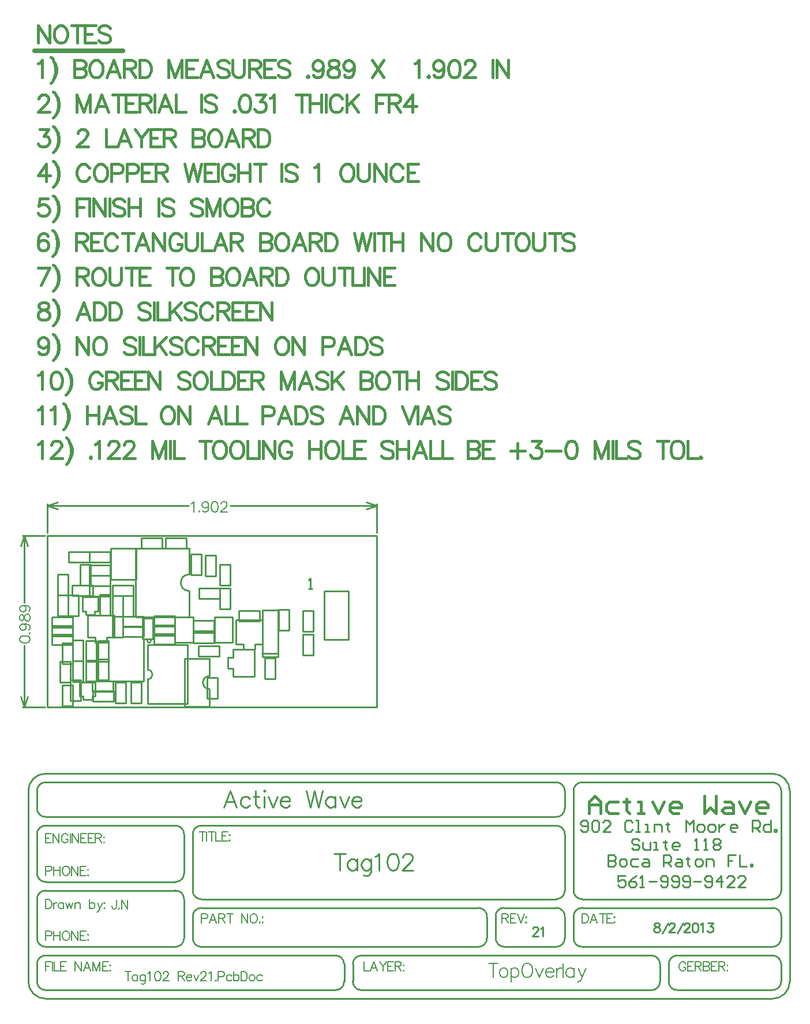
<source format=gto>
%FSLAX25Y25*%
%MOIN*%
G70*
G01*
G75*
G04 Layer_Color=65535*
%ADD10C,0.03000*%
%ADD11R,0.11024X0.05512*%
%ADD12R,0.03600X0.03600*%
%ADD13R,0.05000X0.03600*%
%ADD14R,0.02362X0.02362*%
%ADD15C,0.04000*%
%ADD16R,0.07400X0.04500*%
%ADD17R,0.03600X0.03600*%
%ADD18R,0.03600X0.05000*%
%ADD19R,0.02000X0.05000*%
%ADD20R,0.06299X0.05906*%
%ADD21R,0.02362X0.10000*%
%ADD22R,0.02362X0.09000*%
%ADD23R,0.07000X0.02362*%
%ADD24R,0.09000X0.02362*%
%ADD25O,0.02400X0.08000*%
%ADD26R,0.01378X0.03543*%
%ADD27R,0.01378X0.03543*%
%ADD28O,0.01600X0.06000*%
%ADD29O,0.01600X0.06000*%
%ADD30R,0.03000X0.03000*%
%ADD31R,0.03000X0.03000*%
%ADD32C,0.02500*%
%ADD33C,0.01000*%
%ADD34C,0.00800*%
%ADD35C,0.01500*%
%ADD36C,0.01228*%
%ADD37C,0.02000*%
%ADD38C,0.01200*%
%ADD39C,0.01400*%
%ADD40C,0.01600*%
%ADD41C,0.00600*%
%ADD42C,0.00900*%
%ADD43C,0.00500*%
%ADD44C,0.12200*%
%ADD45C,0.07000*%
%ADD46O,0.04000X0.06000*%
%ADD47C,0.06200*%
%ADD48R,0.06200X0.06200*%
%ADD49C,0.02800*%
%ADD50R,0.05700X0.03500*%
%ADD51R,0.07000X0.07000*%
%ADD52R,0.23622X0.11811*%
%ADD53R,0.16000X0.18000*%
%ADD54R,0.20000X0.10000*%
%ADD55C,0.02000*%
%ADD56C,0.03200*%
%ADD57C,0.00984*%
D32*
X-192940Y297850D02*
X-141940D01*
D33*
X-125700Y-43000D02*
G03*
X-125700Y-43000I-1000J0D01*
G01*
X-127500Y-65054D02*
G03*
X-127500Y-59646I0J2704D01*
G01*
X-103661Y-4630D02*
G03*
X-103661Y-14079I0J-4724D01*
G01*
X-91853Y-63302D02*
G03*
X-91853Y-70783I0J-3740D01*
G01*
X-25500Y-42100D02*
Y-14100D01*
X-11500D01*
Y-42100D02*
Y-14100D01*
X-25500Y-42100D02*
X-11500D01*
X-81200Y-59000D02*
Y-57200D01*
Y-59000D02*
X-78200D01*
Y-63500D02*
Y-59000D01*
Y-63500D02*
X-65700D01*
Y-48000D01*
X-78200D02*
X-65700D01*
X-78200Y-52500D02*
Y-48000D01*
X-81200Y-52500D02*
X-78200D01*
X-81200Y-57200D02*
Y-52500D01*
X-129700Y-66200D02*
Y-42000D01*
X-147400Y-66200D02*
X-129700D01*
X-103661Y5606D02*
Y10331D01*
X-106536D02*
X-103661D01*
X-134370D02*
X-106536D01*
X-61328Y-26183D02*
Y-25100D01*
X-52272D01*
Y-26183D02*
Y-25100D01*
X-61328Y-52100D02*
Y-50789D01*
Y-52100D02*
X-52272D01*
Y-50789D01*
Y-49017D01*
X-61355Y-50100D02*
X-52300D01*
X-61328Y-50789D02*
Y-49017D01*
X-52272Y-37600D02*
Y-26183D01*
X-61328Y-49017D02*
Y-37600D01*
X-52272Y-49017D02*
Y-37600D01*
X-61328D02*
Y-26183D01*
X-59700Y-65000D02*
X-56700D01*
X-59700D02*
Y-53000D01*
X-53700D01*
Y-65000D02*
Y-53000D01*
X-56700Y-65000D02*
X-53700D01*
X-176900Y-68400D02*
X-173900D01*
X-176900Y-80400D02*
Y-68400D01*
Y-80400D02*
X-170900D01*
Y-68400D01*
X-173900D02*
X-170900D01*
X-182900Y-37100D02*
Y-34100D01*
X-170900D01*
Y-40100D02*
Y-34100D01*
X-182900Y-40100D02*
X-170900D01*
X-182900D02*
Y-37100D01*
Y-45100D02*
Y-42100D01*
Y-45100D02*
X-170900D01*
Y-39100D01*
X-182900D02*
X-170900D01*
X-182900Y-42100D02*
Y-39100D01*
X-101300Y-41100D02*
Y-38100D01*
X-89300D01*
Y-44100D02*
Y-38100D01*
X-101300Y-44100D02*
X-89300D01*
X-101300D02*
Y-41100D01*
X-89300Y-34300D02*
Y-31300D01*
X-101300D02*
X-89300D01*
X-101300Y-37300D02*
Y-31300D01*
Y-37300D02*
X-89300D01*
Y-34300D01*
X-141700Y-37500D02*
Y-34500D01*
X-129700D01*
Y-40500D02*
Y-34500D01*
X-141700Y-40500D02*
X-129700D01*
X-141700D02*
Y-37500D01*
X-167700Y-54500D02*
X-164700D01*
Y-42500D01*
X-170700D02*
X-164700D01*
X-170700Y-54500D02*
Y-42500D01*
Y-54500D02*
X-167700D01*
X-160200Y-43000D02*
X-157200D01*
Y-55000D02*
Y-43000D01*
X-163200Y-55000D02*
X-157200D01*
X-163200D02*
Y-43000D01*
X-160200D01*
X-161200Y2500D02*
Y5500D01*
Y2500D02*
X-149200D01*
Y8500D01*
X-161200D02*
X-149200D01*
X-161200Y5500D02*
Y8500D01*
X-170800Y-66500D02*
X-167800D01*
X-170800D02*
Y-54500D01*
X-164800D01*
Y-66500D02*
Y-54500D01*
X-167800Y-66500D02*
X-164800D01*
X-153300Y-65500D02*
X-150300D01*
Y-53500D01*
X-156300D02*
X-150300D01*
X-156300Y-65500D02*
Y-53500D01*
Y-65500D02*
X-153300D01*
X-98200Y-49000D02*
Y-46000D01*
X-86200D01*
Y-52000D02*
Y-46000D01*
X-98200Y-52000D02*
X-86200D01*
X-98200D02*
Y-49000D01*
X-131300Y10400D02*
Y13400D01*
Y10400D02*
X-119300D01*
Y16400D01*
X-131300D02*
X-119300D01*
X-131300Y13400D02*
Y16400D01*
X-117200Y13500D02*
Y16500D01*
X-105200D01*
Y10500D02*
Y16500D01*
X-117200Y10500D02*
X-105200D01*
X-117200D02*
Y13500D01*
X-85700Y-15500D02*
Y-12500D01*
X-97700D02*
X-85700D01*
X-97700Y-18500D02*
Y-12500D01*
Y-18500D02*
X-85700D01*
Y-15500D01*
X-160200Y-54100D02*
X-157200D01*
Y-66100D02*
Y-54100D01*
X-163200Y-66100D02*
X-157200D01*
X-163200D02*
Y-54100D01*
X-160200D01*
X-82700Y-24500D02*
X-79700D01*
Y-12500D01*
X-85700D02*
X-79700D01*
X-85700Y-24500D02*
Y-12500D01*
Y-24500D02*
X-82700D01*
X-111800Y-34500D02*
Y-31500D01*
X-123800Y-34500D02*
X-111800D01*
X-123800D02*
Y-28500D01*
X-111800D01*
Y-31500D02*
Y-28500D01*
X-141700Y-17000D02*
X-138700D01*
X-141700Y-29000D02*
Y-17000D01*
Y-29000D02*
X-135700D01*
Y-17000D01*
X-138700D02*
X-135700D01*
X-159300Y-16800D02*
Y-13800D01*
X-171300Y-16800D02*
X-159300D01*
X-171300D02*
Y-10800D01*
X-159300D01*
Y-13800D02*
Y-10800D01*
X-143259Y-78941D02*
X-140259D01*
Y-66941D01*
X-146259D02*
X-140259D01*
X-146259Y-78941D02*
Y-66941D01*
Y-78941D02*
X-143259D01*
X-91200Y6300D02*
X-88200D01*
Y-5700D02*
Y6300D01*
X-94200Y-5700D02*
X-88200D01*
X-94200D02*
Y6300D01*
X-91200D01*
X-147259Y-74941D02*
Y-71941D01*
X-159259D02*
X-147259D01*
X-159259Y-77941D02*
Y-71941D01*
Y-77941D02*
X-147259D01*
Y-74941D01*
X-130500Y-42000D02*
X-127500D01*
X-130500D02*
Y-30000D01*
X-124500D01*
Y-42000D02*
Y-30000D01*
X-127500Y-42000D02*
X-124500D01*
X-123700Y-40000D02*
Y-37000D01*
Y-40000D02*
X-111700D01*
Y-34000D01*
X-123700D02*
X-111700D01*
X-123700Y-37000D02*
Y-34000D01*
X-137259Y-78941D02*
X-134259D01*
X-137259D02*
Y-66941D01*
X-131259D01*
Y-78941D02*
Y-66941D01*
X-134259Y-78941D02*
X-131259D01*
X-48700Y-37000D02*
X-45700D01*
Y-25000D01*
X-51700D02*
X-45700D01*
X-51700Y-37000D02*
Y-25000D01*
Y-37000D02*
X-48700D01*
X-182900Y-32200D02*
Y-29200D01*
X-170900D01*
Y-35200D02*
Y-29200D01*
X-182900Y-35200D02*
X-170900D01*
X-182900D02*
Y-32200D01*
X-170400Y-28400D02*
X-167400D01*
Y-16400D01*
X-173400D02*
X-167400D01*
X-173400Y-28400D02*
Y-16400D01*
Y-28400D02*
X-170400D01*
X-172200Y-77500D02*
X-169200D01*
X-172200D02*
Y-65500D01*
X-166200D01*
Y-77500D02*
Y-65500D01*
X-169200Y-77500D02*
X-166200D01*
X-123700Y-45000D02*
Y-42000D01*
Y-45000D02*
X-111700D01*
Y-39000D01*
X-123700D02*
X-111700D01*
X-123700Y-42000D02*
Y-39000D01*
X-99600Y7100D02*
X-96600D01*
Y-4900D02*
Y7100D01*
X-102600Y-4900D02*
X-96600D01*
X-102600D02*
Y7100D01*
X-99600D01*
X-85800Y1000D02*
X-82800D01*
X-85800Y-11000D02*
Y1000D01*
Y-11000D02*
X-79800D01*
Y1000D01*
X-82800D02*
X-79800D01*
X-161100Y-14100D02*
Y-11100D01*
X-149100D01*
Y-17100D02*
Y-11100D01*
X-161100Y-17100D02*
X-149100D01*
X-161100D02*
Y-14100D01*
X-179400Y-4400D02*
X-176400D01*
X-179400Y-16400D02*
Y-4400D01*
Y-16400D02*
X-173400D01*
Y-4400D01*
X-176400D02*
X-173400D01*
X-159400Y-69200D02*
Y-66200D01*
X-147400D01*
Y-72200D02*
Y-66200D01*
X-159400Y-72200D02*
X-147400D01*
X-159400D02*
Y-69200D01*
X-149100Y-8100D02*
Y-5100D01*
X-161100D02*
X-149100D01*
X-161100Y-11100D02*
Y-5100D01*
Y-11100D02*
X-149100D01*
Y-8100D01*
X-173900Y-44100D02*
X-170900D01*
Y-56100D02*
Y-44100D01*
X-176900Y-56100D02*
X-170900D01*
X-176900D02*
Y-44100D01*
X-173900D01*
X-179400Y-16400D02*
X-176400D01*
X-179400Y-28400D02*
Y-16400D01*
Y-28400D02*
X-173400D01*
Y-16400D01*
X-176400D02*
X-173400D01*
X-166400Y-10900D02*
X-163400D01*
X-166400D02*
Y1100D01*
X-160400D01*
Y-10900D02*
Y1100D01*
X-163400Y-10900D02*
X-160400D01*
X-149100Y-2300D02*
Y700D01*
X-161100D02*
X-149100D01*
X-161100Y-5300D02*
Y700D01*
Y-5300D02*
X-149100D01*
Y-2300D01*
X-147700Y-40800D02*
X-144700D01*
X-147700D02*
Y-28800D01*
X-141700D01*
Y-40800D02*
Y-28800D01*
X-144700Y-40800D02*
X-141700D01*
X-152100Y-28100D02*
X-149100D01*
Y-16100D01*
X-155100D02*
X-149100D01*
X-155100Y-28100D02*
Y-16100D01*
Y-28100D02*
X-152100D01*
X-175200Y-54906D02*
X-172200D01*
Y-66906D02*
Y-54906D01*
X-178200Y-66906D02*
X-172200D01*
X-178200D02*
Y-54906D01*
X-175200D01*
X-173200Y2500D02*
Y5500D01*
Y2500D02*
X-161200D01*
Y8500D01*
X-173200D02*
X-161200D01*
X-173200Y5500D02*
Y8500D01*
X-93213Y-76300D02*
X-90213D01*
X-93213D02*
Y-64300D01*
X-87213D01*
Y-76300D02*
Y-64300D01*
X-90213Y-76300D02*
X-87213D01*
X-156200Y-43000D02*
X-153200D01*
X-156200Y-55000D02*
Y-43000D01*
Y-55000D02*
X-150200D01*
Y-43000D01*
X-153200D02*
X-150200D01*
X-62700Y-31500D02*
Y-28500D01*
X-74700Y-31500D02*
X-62700D01*
X-74700D02*
Y-25500D01*
X-62700D01*
Y-28500D02*
Y-25500D01*
X-141700Y-35000D02*
Y-32000D01*
Y-35000D02*
X-129700D01*
Y-29000D01*
X-141700D02*
X-129700D01*
X-141700Y-32000D02*
Y-29000D01*
X-144700Y-17000D02*
X-141700D01*
Y-29000D02*
Y-17000D01*
X-147700Y-29000D02*
X-141700D01*
X-147700D02*
Y-17000D01*
X-144700D01*
X-135700Y-14000D02*
Y-11000D01*
X-147700D02*
X-135700D01*
X-147700Y-17000D02*
Y-11000D01*
Y-17000D02*
X-135700D01*
Y-14000D01*
X-38000Y-37500D02*
X-35000D01*
X-38000D02*
Y-25500D01*
X-32000D01*
Y-37500D02*
Y-25500D01*
X-35000Y-37500D02*
X-32000D01*
X-38000Y-39300D02*
X-35000D01*
X-38000Y-51300D02*
Y-39300D01*
Y-51300D02*
X-32000D01*
Y-39300D01*
X-35000D02*
X-32000D01*
X-34400Y-12800D02*
X-32401D01*
X-33400D01*
Y-6802D01*
X-34400Y-7802D01*
X4800Y19300D02*
Y36000D01*
X-185400Y19300D02*
Y36000D01*
X-79817Y35000D02*
X4800D01*
X-185400D02*
X-103983D01*
X-1200Y37000D02*
X4800Y35000D01*
X-1200Y33000D02*
X4800Y35000D01*
X-185400D02*
X-179400Y33000D01*
X-185400Y35000D02*
X-179400Y37000D01*
X-200000Y17800D02*
X-186900D01*
X-200000Y-81100D02*
X-186900D01*
X-199000Y-20838D02*
Y17800D01*
Y-81100D02*
Y-45662D01*
X-201000Y11800D02*
X-199000Y17800D01*
X-197000Y11800D01*
X-199000Y-81100D02*
X-197000Y-75100D01*
X-201000D02*
X-199000Y-81100D01*
X4800D02*
Y17800D01*
X-185400D02*
X4800D01*
X-185400Y-81100D02*
X4800D01*
X-185400D02*
Y17800D01*
X-14008Y-229618D02*
G03*
X-19008Y-224618I-5000J0D01*
G01*
X-18892Y-244618D02*
G03*
X-14010Y-239650I84J4800D01*
G01*
X-4008Y-224618D02*
G03*
X-9008Y-229618I0J-5000D01*
G01*
Y-239618D02*
G03*
X-4095Y-244617I5000J0D01*
G01*
X168492Y-229618D02*
G03*
X163492Y-224618I-5000J0D01*
G01*
X163608Y-244618D02*
G03*
X168490Y-239650I84J4800D01*
G01*
X173492Y-239718D02*
G03*
X178478Y-244617I4900J0D01*
G01*
X178492Y-224618D02*
G03*
X173492Y-229618I0J-5000D01*
G01*
X-106508Y-154518D02*
G03*
X-111408Y-149618I-4900J0D01*
G01*
X-111308Y-182118D02*
G03*
X-106508Y-177318I0J4800D01*
G01*
Y-192018D02*
G03*
X-111579Y-187121I-4900J0D01*
G01*
X-101508Y-187218D02*
G03*
X-96608Y-192118I4900J0D01*
G01*
X-101508Y-214718D02*
G03*
X-96608Y-219618I4900J0D01*
G01*
X-111408D02*
G03*
X-106508Y-214718I0J4900D01*
G01*
X68492Y-202018D02*
G03*
X63592Y-197118I-4900J0D01*
G01*
Y-219618D02*
G03*
X68491Y-214632I0J4900D01*
G01*
X73492Y-214518D02*
G03*
X78503Y-219617I5100J0D01*
G01*
X78292Y-197118D02*
G03*
X73499Y-202169I0J-4800D01*
G01*
X-96508Y-197118D02*
G03*
X-101508Y-202118I0J-5000D01*
G01*
X-96508Y-149618D02*
G03*
X-101508Y-154618I0J-5000D01*
G01*
X-191508Y-214618D02*
G03*
X-186595Y-219617I5000J0D01*
G01*
X-186508Y-187118D02*
G03*
X-191508Y-192118I0J-5000D01*
G01*
Y-177118D02*
G03*
X-186508Y-182118I5000J0D01*
G01*
Y-149618D02*
G03*
X-191508Y-154618I0J-5000D01*
G01*
Y-139618D02*
G03*
X-186508Y-144618I5000J0D01*
G01*
Y-124618D02*
G03*
X-191508Y-129618I0J-5000D01*
G01*
X113492D02*
G03*
X108492Y-124618I-5000J0D01*
G01*
X123492D02*
G03*
X118492Y-129618I0J-5000D01*
G01*
X108492Y-144618D02*
G03*
X113492Y-139618I0J5000D01*
G01*
Y-154618D02*
G03*
X108492Y-149618I-5000J0D01*
G01*
X-186508Y-224618D02*
G03*
X-191508Y-229618I0J-5000D01*
G01*
X108579Y-192118D02*
G03*
X113493Y-187118I-87J5000D01*
G01*
X-191508Y-239618D02*
G03*
X-186595Y-244617I5000J0D01*
G01*
X113492Y-202018D02*
G03*
X108592Y-197118I-4900J0D01*
G01*
X118492Y-214718D02*
G03*
X123477Y-219617I4900J0D01*
G01*
X108492Y-219618D02*
G03*
X113492Y-214618I0J5000D01*
G01*
X233492Y-244618D02*
G03*
X238492Y-239618I0J5000D01*
G01*
X238492Y-229530D02*
G03*
X233492Y-224617I-5000J-87D01*
G01*
Y-219618D02*
G03*
X238492Y-214618I0J5000D01*
G01*
Y-129518D02*
G03*
X233421Y-124621I-4900J0D01*
G01*
X243492Y-129618D02*
G03*
X233492Y-119618I-10000J0D01*
G01*
Y-249618D02*
G03*
X243492Y-239618I0J10000D01*
G01*
X-196508Y-239518D02*
G03*
X-186584Y-249616I10100J0D01*
G01*
X-186508Y-119618D02*
G03*
X-196508Y-129618I0J-10000D01*
G01*
X118492Y-187118D02*
G03*
X123492Y-192118I5000J0D01*
G01*
X233492D02*
G03*
X238492Y-187118I0J5000D01*
G01*
X123492Y-197118D02*
G03*
X118492Y-202118I0J-5000D01*
G01*
X238492Y-202018D02*
G03*
X233592Y-197118I-4900J0D01*
G01*
X-4008Y-244618D02*
X163492D01*
X-186508D02*
X-19008D01*
X-186508Y-224618D02*
X-19008D01*
X-4008D02*
X163492D01*
X178492Y-244618D02*
X233492D01*
X178492Y-224618D02*
X233492D01*
X-186508Y-124618D02*
X108492D01*
X-186508Y-249618D02*
X233492D01*
X-186508Y-119618D02*
X233492D01*
X-186508Y-219618D02*
X-111508D01*
X-186508Y-187118D02*
X-111508D01*
X-186508Y-182118D02*
X-111508D01*
X-186508Y-149618D02*
X-111508D01*
X-186508Y-144618D02*
X108492D01*
X-96508Y-149618D02*
X108492D01*
X-96508Y-197118D02*
X63492D01*
X-96508Y-219618D02*
X63492D01*
X78492D02*
X108492D01*
X78492Y-197118D02*
X108492D01*
X123492Y-219618D02*
X233492D01*
X123492Y-124618D02*
X233492D01*
X-96508Y-192118D02*
X108492D01*
X123492D02*
X233492D01*
X123492Y-197118D02*
X233492D01*
X-14008Y-239618D02*
Y-229618D01*
X-9008Y-239618D02*
Y-229618D01*
X168492Y-239618D02*
Y-229618D01*
X173492Y-239618D02*
Y-229618D01*
X243492Y-239618D02*
Y-129618D01*
X-191508Y-214618D02*
Y-192118D01*
X-106508Y-214618D02*
Y-192118D01*
X-191508Y-177118D02*
Y-154618D01*
X-106508Y-177118D02*
Y-154618D01*
X-191508Y-139618D02*
Y-129618D01*
X113492Y-139618D02*
Y-129618D01*
Y-187118D02*
Y-154618D01*
X-101508Y-187118D02*
Y-154618D01*
X68492Y-214618D02*
Y-202118D01*
X-101508Y-214618D02*
Y-202118D01*
X73492Y-214618D02*
Y-202118D01*
X113492Y-214618D02*
Y-202118D01*
X238492Y-239618D02*
Y-229618D01*
X-191508Y-239618D02*
Y-229618D01*
X-196508Y-239618D02*
Y-129618D01*
X118492Y-187118D02*
Y-129618D01*
X238492Y-187118D02*
Y-129618D01*
X118492Y-214618D02*
Y-202118D01*
X238492Y-214618D02*
Y-202018D01*
X138652Y-166692D02*
Y-173090D01*
X141851D01*
X142918Y-172023D01*
Y-170957D01*
X141851Y-169891D01*
X138652D01*
X141851D01*
X142918Y-168825D01*
Y-167758D01*
X141851Y-166692D01*
X138652D01*
X146116Y-173090D02*
X148249D01*
X149316Y-172023D01*
Y-169891D01*
X148249Y-168825D01*
X146116D01*
X145050Y-169891D01*
Y-172023D01*
X146116Y-173090D01*
X155713Y-168825D02*
X152514D01*
X151448Y-169891D01*
Y-172023D01*
X152514Y-173090D01*
X155713D01*
X158912Y-168825D02*
X161045D01*
X162111Y-169891D01*
Y-173090D01*
X158912D01*
X157846Y-172023D01*
X158912Y-170957D01*
X162111D01*
X170642Y-173090D02*
Y-166692D01*
X173841D01*
X174907Y-167758D01*
Y-169891D01*
X173841Y-170957D01*
X170642D01*
X172775D02*
X174907Y-173090D01*
X178106Y-168825D02*
X180239D01*
X181305Y-169891D01*
Y-173090D01*
X178106D01*
X177040Y-172023D01*
X178106Y-170957D01*
X181305D01*
X184504Y-167758D02*
Y-168825D01*
X183438D01*
X185570D01*
X184504D01*
Y-172023D01*
X185570Y-173090D01*
X189836D02*
X191968D01*
X193035Y-172023D01*
Y-169891D01*
X191968Y-168825D01*
X189836D01*
X188769Y-169891D01*
Y-172023D01*
X189836Y-173090D01*
X195167D02*
Y-168825D01*
X198366D01*
X199433Y-169891D01*
Y-173090D01*
X212228Y-166692D02*
X207963D01*
Y-169891D01*
X210096D01*
X207963D01*
Y-173090D01*
X214361Y-166692D02*
Y-173090D01*
X218626D01*
X220759D02*
Y-172023D01*
X221825D01*
Y-173090D01*
X220759D01*
X122652Y-152023D02*
X123719Y-153090D01*
X125851D01*
X126918Y-152023D01*
Y-147758D01*
X125851Y-146692D01*
X123719D01*
X122652Y-147758D01*
Y-148825D01*
X123719Y-149891D01*
X126918D01*
X129050Y-147758D02*
X130116Y-146692D01*
X132249D01*
X133316Y-147758D01*
Y-152023D01*
X132249Y-153090D01*
X130116D01*
X129050Y-152023D01*
Y-147758D01*
X139713Y-153090D02*
X135448D01*
X139713Y-148825D01*
Y-147758D01*
X138647Y-146692D01*
X136514D01*
X135448Y-147758D01*
X152509D02*
X151443Y-146692D01*
X149310D01*
X148244Y-147758D01*
Y-152023D01*
X149310Y-153090D01*
X151443D01*
X152509Y-152023D01*
X154642Y-153090D02*
X156774D01*
X155708D01*
Y-146692D01*
X154642D01*
X159974Y-153090D02*
X162106D01*
X161040D01*
Y-148825D01*
X159974D01*
X165305Y-153090D02*
Y-148825D01*
X168504D01*
X169570Y-149891D01*
Y-153090D01*
X172769Y-147758D02*
Y-148825D01*
X171703D01*
X173836D01*
X172769D01*
Y-152023D01*
X173836Y-153090D01*
X183433D02*
Y-146692D01*
X185565Y-148825D01*
X187698Y-146692D01*
Y-153090D01*
X190897D02*
X193029D01*
X194096Y-152023D01*
Y-149891D01*
X193029Y-148825D01*
X190897D01*
X189831Y-149891D01*
Y-152023D01*
X190897Y-153090D01*
X197295D02*
X199427D01*
X200494Y-152023D01*
Y-149891D01*
X199427Y-148825D01*
X197295D01*
X196228Y-149891D01*
Y-152023D01*
X197295Y-153090D01*
X202626Y-148825D02*
Y-153090D01*
Y-150957D01*
X203693Y-149891D01*
X204759Y-148825D01*
X205825D01*
X212223Y-153090D02*
X210091D01*
X209024Y-152023D01*
Y-149891D01*
X210091Y-148825D01*
X212223D01*
X213290Y-149891D01*
Y-150957D01*
X209024D01*
X221820Y-153090D02*
Y-146692D01*
X225019D01*
X226085Y-147758D01*
Y-149891D01*
X225019Y-150957D01*
X221820D01*
X223953D02*
X226085Y-153090D01*
X232483Y-146692D02*
Y-153090D01*
X229284D01*
X228218Y-152023D01*
Y-149891D01*
X229284Y-148825D01*
X232483D01*
X234616Y-153090D02*
Y-152023D01*
X235682D01*
Y-153090D01*
X234616D01*
X148417Y-178692D02*
X144152D01*
Y-181891D01*
X146285Y-180824D01*
X147351D01*
X148417Y-181891D01*
Y-184023D01*
X147351Y-185090D01*
X145219D01*
X144152Y-184023D01*
X154815Y-178692D02*
X152683Y-179758D01*
X150550Y-181891D01*
Y-184023D01*
X151617Y-185090D01*
X153749D01*
X154815Y-184023D01*
Y-182957D01*
X153749Y-181891D01*
X150550D01*
X156948Y-185090D02*
X159081D01*
X158014D01*
Y-178692D01*
X156948Y-179758D01*
X162280Y-181891D02*
X166545D01*
X168678Y-184023D02*
X169744Y-185090D01*
X171877D01*
X172943Y-184023D01*
Y-179758D01*
X171877Y-178692D01*
X169744D01*
X168678Y-179758D01*
Y-180824D01*
X169744Y-181891D01*
X172943D01*
X175076Y-184023D02*
X176142Y-185090D01*
X178275D01*
X179341Y-184023D01*
Y-179758D01*
X178275Y-178692D01*
X176142D01*
X175076Y-179758D01*
Y-180824D01*
X176142Y-181891D01*
X179341D01*
X181474Y-184023D02*
X182540Y-185090D01*
X184672D01*
X185739Y-184023D01*
Y-179758D01*
X184672Y-178692D01*
X182540D01*
X181474Y-179758D01*
Y-180824D01*
X182540Y-181891D01*
X185739D01*
X187871D02*
X192137D01*
X194269Y-184023D02*
X195336Y-185090D01*
X197468D01*
X198535Y-184023D01*
Y-179758D01*
X197468Y-178692D01*
X195336D01*
X194269Y-179758D01*
Y-180824D01*
X195336Y-181891D01*
X198535D01*
X203866Y-185090D02*
Y-178692D01*
X200667Y-181891D01*
X204933D01*
X211331Y-185090D02*
X207065D01*
X211331Y-180824D01*
Y-179758D01*
X210264Y-178692D01*
X208132D01*
X207065Y-179758D01*
X217728Y-185090D02*
X213463D01*
X217728Y-180824D01*
Y-179758D01*
X216662Y-178692D01*
X214529D01*
X213463Y-179758D01*
X156418Y-158258D02*
X155351Y-157192D01*
X153219D01*
X152152Y-158258D01*
Y-159325D01*
X153219Y-160391D01*
X155351D01*
X156418Y-161457D01*
Y-162523D01*
X155351Y-163590D01*
X153219D01*
X152152Y-162523D01*
X158550Y-159325D02*
Y-162523D01*
X159616Y-163590D01*
X162815D01*
Y-159325D01*
X164948Y-163590D02*
X167081D01*
X166014D01*
Y-159325D01*
X164948D01*
X171346Y-158258D02*
Y-159325D01*
X170280D01*
X172412D01*
X171346D01*
Y-162523D01*
X172412Y-163590D01*
X178810D02*
X176678D01*
X175611Y-162523D01*
Y-160391D01*
X176678Y-159325D01*
X178810D01*
X179877Y-160391D01*
Y-161457D01*
X175611D01*
X188407Y-163590D02*
X190540D01*
X189473D01*
Y-157192D01*
X188407Y-158258D01*
X193739Y-163590D02*
X195871D01*
X194805D01*
Y-157192D01*
X193739Y-158258D01*
X199070D02*
X200137Y-157192D01*
X202269D01*
X203336Y-158258D01*
Y-159325D01*
X202269Y-160391D01*
X203336Y-161457D01*
Y-162523D01*
X202269Y-163590D01*
X200137D01*
X199070Y-162523D01*
Y-161457D01*
X200137Y-160391D01*
X199070Y-159325D01*
Y-158258D01*
X200137Y-160391D02*
X202269D01*
D34*
X72066Y-229202D02*
Y-237200D01*
X69400Y-229202D02*
X74732D01*
X77589Y-231868D02*
X76827Y-232249D01*
X76065Y-233010D01*
X75684Y-234153D01*
Y-234915D01*
X76065Y-236057D01*
X76827Y-236819D01*
X77589Y-237200D01*
X78731D01*
X79493Y-236819D01*
X80255Y-236057D01*
X80636Y-234915D01*
Y-234153D01*
X80255Y-233010D01*
X79493Y-232249D01*
X78731Y-231868D01*
X77589D01*
X82388D02*
Y-239866D01*
Y-233010D02*
X83149Y-232249D01*
X83911Y-231868D01*
X85054D01*
X85816Y-232249D01*
X86577Y-233010D01*
X86958Y-234153D01*
Y-234915D01*
X86577Y-236057D01*
X85816Y-236819D01*
X85054Y-237200D01*
X83911D01*
X83149Y-236819D01*
X82388Y-236057D01*
X90957Y-229202D02*
X90196Y-229583D01*
X89434Y-230344D01*
X89053Y-231106D01*
X88672Y-232249D01*
Y-234153D01*
X89053Y-235296D01*
X89434Y-236057D01*
X90196Y-236819D01*
X90957Y-237200D01*
X92481D01*
X93243Y-236819D01*
X94004Y-236057D01*
X94385Y-235296D01*
X94766Y-234153D01*
Y-232249D01*
X94385Y-231106D01*
X94004Y-230344D01*
X93243Y-229583D01*
X92481Y-229202D01*
X90957D01*
X96632Y-231868D02*
X98918Y-237200D01*
X101203Y-231868D02*
X98918Y-237200D01*
X102498Y-234153D02*
X107068D01*
Y-233391D01*
X106687Y-232630D01*
X106306Y-232249D01*
X105545Y-231868D01*
X104402D01*
X103640Y-232249D01*
X102878Y-233010D01*
X102498Y-234153D01*
Y-234915D01*
X102878Y-236057D01*
X103640Y-236819D01*
X104402Y-237200D01*
X105545D01*
X106306Y-236819D01*
X107068Y-236057D01*
X108782Y-231868D02*
Y-237200D01*
Y-234153D02*
X109163Y-233010D01*
X109925Y-232249D01*
X110686Y-231868D01*
X111829D01*
X112553Y-229202D02*
Y-237200D01*
X118799Y-231868D02*
Y-237200D01*
Y-233010D02*
X118037Y-232249D01*
X117276Y-231868D01*
X116133D01*
X115371Y-232249D01*
X114609Y-233010D01*
X114228Y-234153D01*
Y-234915D01*
X114609Y-236057D01*
X115371Y-236819D01*
X116133Y-237200D01*
X117276D01*
X118037Y-236819D01*
X118799Y-236057D01*
X121313Y-231868D02*
X123598Y-237200D01*
X125883Y-231868D02*
X123598Y-237200D01*
X122836Y-238723D01*
X122074Y-239485D01*
X121313Y-239866D01*
X120932D01*
X-145672Y-192391D02*
Y-196454D01*
X-145926Y-197215D01*
X-146180Y-197469D01*
X-146688Y-197723D01*
X-147196D01*
X-147704Y-197469D01*
X-147958Y-197215D01*
X-148212Y-196454D01*
Y-195946D01*
X-144047Y-197215D02*
X-144301Y-197469D01*
X-144047Y-197723D01*
X-143793Y-197469D01*
X-144047Y-197215D01*
X-142625Y-192391D02*
Y-197723D01*
Y-192391D02*
X-139070Y-197723D01*
Y-192391D02*
Y-197723D01*
D35*
X127652Y-142590D02*
Y-135925D01*
X130984Y-132593D01*
X134317Y-135925D01*
Y-142590D01*
Y-137591D01*
X127652D01*
X144314Y-135925D02*
X139315D01*
X137649Y-137591D01*
Y-140924D01*
X139315Y-142590D01*
X144314D01*
X149312Y-134259D02*
Y-135925D01*
X147646D01*
X150978D01*
X149312D01*
Y-140924D01*
X150978Y-142590D01*
X155976D02*
X159309D01*
X157643D01*
Y-135925D01*
X155976D01*
X164307D02*
X167639Y-142590D01*
X170972Y-135925D01*
X179302Y-142590D02*
X175970D01*
X174304Y-140924D01*
Y-137591D01*
X175970Y-135925D01*
X179302D01*
X180968Y-137591D01*
Y-139258D01*
X174304D01*
X194297Y-132593D02*
Y-142590D01*
X197630Y-139258D01*
X200962Y-142590D01*
Y-132593D01*
X205960Y-135925D02*
X209293D01*
X210959Y-137591D01*
Y-142590D01*
X205960D01*
X204294Y-140924D01*
X205960Y-139258D01*
X210959D01*
X214291Y-135925D02*
X217623Y-142590D01*
X220955Y-135925D01*
X229286Y-142590D02*
X225954D01*
X224288Y-140924D01*
Y-137591D01*
X225954Y-135925D01*
X229286D01*
X230952Y-137591D01*
Y-139258D01*
X224288D01*
X-190940Y290443D02*
X-189988Y290920D01*
X-188560Y292348D01*
Y282350D01*
X-183609Y294252D02*
X-182657Y293300D01*
X-181704Y291872D01*
X-180752Y289967D01*
X-180276Y287587D01*
Y285683D01*
X-180752Y283302D01*
X-181704Y281398D01*
X-182657Y279970D01*
X-183609Y279017D01*
X-182657Y293300D02*
X-181704Y291396D01*
X-181228Y289967D01*
X-180752Y287587D01*
Y285683D01*
X-181228Y283302D01*
X-181704Y281874D01*
X-182657Y279970D01*
X-169992Y292348D02*
Y282350D01*
Y292348D02*
X-165708D01*
X-164279Y291872D01*
X-163803Y291396D01*
X-163327Y290443D01*
Y289491D01*
X-163803Y288539D01*
X-164279Y288063D01*
X-165708Y287587D01*
X-169992D02*
X-165708D01*
X-164279Y287111D01*
X-163803Y286635D01*
X-163327Y285683D01*
Y284254D01*
X-163803Y283302D01*
X-164279Y282826D01*
X-165708Y282350D01*
X-169992D01*
X-158233Y292348D02*
X-159185Y291872D01*
X-160137Y290920D01*
X-160614Y289967D01*
X-161090Y288539D01*
Y286159D01*
X-160614Y284730D01*
X-160137Y283778D01*
X-159185Y282826D01*
X-158233Y282350D01*
X-156329D01*
X-155377Y282826D01*
X-154424Y283778D01*
X-153948Y284730D01*
X-153472Y286159D01*
Y288539D01*
X-153948Y289967D01*
X-154424Y290920D01*
X-155377Y291872D01*
X-156329Y292348D01*
X-158233D01*
X-143522Y282350D02*
X-147331Y292348D01*
X-151139Y282350D01*
X-149711Y285683D02*
X-144950D01*
X-141189Y292348D02*
Y282350D01*
Y292348D02*
X-136904D01*
X-135476Y291872D01*
X-135000Y291396D01*
X-134524Y290443D01*
Y289491D01*
X-135000Y288539D01*
X-135476Y288063D01*
X-136904Y287587D01*
X-141189D01*
X-137856D02*
X-134524Y282350D01*
X-132286Y292348D02*
Y282350D01*
Y292348D02*
X-128954D01*
X-127525Y291872D01*
X-126573Y290920D01*
X-126097Y289967D01*
X-125621Y288539D01*
Y286159D01*
X-126097Y284730D01*
X-126573Y283778D01*
X-127525Y282826D01*
X-128954Y282350D01*
X-132286D01*
X-115528Y292348D02*
Y282350D01*
Y292348D02*
X-111719Y282350D01*
X-107911Y292348D02*
X-111719Y282350D01*
X-107911Y292348D02*
Y282350D01*
X-98865Y292348D02*
X-105054D01*
Y282350D01*
X-98865D01*
X-105054Y287587D02*
X-101245D01*
X-89581Y282350D02*
X-93390Y292348D01*
X-97199Y282350D01*
X-95770Y285683D02*
X-91009D01*
X-80583Y290920D02*
X-81535Y291872D01*
X-82964Y292348D01*
X-84868D01*
X-86296Y291872D01*
X-87248Y290920D01*
Y289967D01*
X-86772Y289015D01*
X-86296Y288539D01*
X-85344Y288063D01*
X-82487Y287111D01*
X-81535Y286635D01*
X-81059Y286159D01*
X-80583Y285207D01*
Y283778D01*
X-81535Y282826D01*
X-82964Y282350D01*
X-84868D01*
X-86296Y282826D01*
X-87248Y283778D01*
X-78346Y292348D02*
Y285207D01*
X-77869Y283778D01*
X-76917Y282826D01*
X-75489Y282350D01*
X-74537D01*
X-73109Y282826D01*
X-72156Y283778D01*
X-71680Y285207D01*
Y292348D01*
X-68919D02*
Y282350D01*
Y292348D02*
X-64634D01*
X-63206Y291872D01*
X-62730Y291396D01*
X-62254Y290443D01*
Y289491D01*
X-62730Y288539D01*
X-63206Y288063D01*
X-64634Y287587D01*
X-68919D01*
X-65586D02*
X-62254Y282350D01*
X-53827Y292348D02*
X-60016D01*
Y282350D01*
X-53827D01*
X-60016Y287587D02*
X-56207D01*
X-45495Y290920D02*
X-46448Y291872D01*
X-47876Y292348D01*
X-49780D01*
X-51209Y291872D01*
X-52161Y290920D01*
Y289967D01*
X-51684Y289015D01*
X-51209Y288539D01*
X-50256Y288063D01*
X-47400Y287111D01*
X-46448Y286635D01*
X-45972Y286159D01*
X-45495Y285207D01*
Y283778D01*
X-46448Y282826D01*
X-47876Y282350D01*
X-49780D01*
X-51209Y282826D01*
X-52161Y283778D01*
X-34926Y283302D02*
X-35402Y282826D01*
X-34926Y282350D01*
X-34450Y282826D01*
X-34926Y283302D01*
X-26071Y289015D02*
X-26547Y287587D01*
X-27499Y286635D01*
X-28927Y286159D01*
X-29404D01*
X-30832Y286635D01*
X-31784Y287587D01*
X-32260Y289015D01*
Y289491D01*
X-31784Y290920D01*
X-30832Y291872D01*
X-29404Y292348D01*
X-28927D01*
X-27499Y291872D01*
X-26547Y290920D01*
X-26071Y289015D01*
Y286635D01*
X-26547Y284254D01*
X-27499Y282826D01*
X-28927Y282350D01*
X-29880D01*
X-31308Y282826D01*
X-31784Y283778D01*
X-20977Y292348D02*
X-22405Y291872D01*
X-22881Y290920D01*
Y289967D01*
X-22405Y289015D01*
X-21453Y288539D01*
X-19549Y288063D01*
X-18120Y287587D01*
X-17168Y286635D01*
X-16692Y285683D01*
Y284254D01*
X-17168Y283302D01*
X-17644Y282826D01*
X-19072Y282350D01*
X-20977D01*
X-22405Y282826D01*
X-22881Y283302D01*
X-23357Y284254D01*
Y285683D01*
X-22881Y286635D01*
X-21929Y287587D01*
X-20501Y288063D01*
X-18596Y288539D01*
X-17644Y289015D01*
X-17168Y289967D01*
Y290920D01*
X-17644Y291872D01*
X-19072Y292348D01*
X-20977D01*
X-8265Y289015D02*
X-8741Y287587D01*
X-9694Y286635D01*
X-11122Y286159D01*
X-11598D01*
X-13026Y286635D01*
X-13978Y287587D01*
X-14454Y289015D01*
Y289491D01*
X-13978Y290920D01*
X-13026Y291872D01*
X-11598Y292348D01*
X-11122D01*
X-9694Y291872D01*
X-8741Y290920D01*
X-8265Y289015D01*
Y286635D01*
X-8741Y284254D01*
X-9694Y282826D01*
X-11122Y282350D01*
X-12074D01*
X-13502Y282826D01*
X-13978Y283778D01*
X2304Y292348D02*
X8969Y282350D01*
Y292348D02*
X2304Y282350D01*
X26918Y290443D02*
X27870Y290920D01*
X29298Y292348D01*
Y282350D01*
X34725Y283302D02*
X34249Y282826D01*
X34725Y282350D01*
X35202Y282826D01*
X34725Y283302D01*
X43581Y289015D02*
X43105Y287587D01*
X42153Y286635D01*
X40724Y286159D01*
X40248D01*
X38820Y286635D01*
X37868Y287587D01*
X37392Y289015D01*
Y289491D01*
X37868Y290920D01*
X38820Y291872D01*
X40248Y292348D01*
X40724D01*
X42153Y291872D01*
X43105Y290920D01*
X43581Y289015D01*
Y286635D01*
X43105Y284254D01*
X42153Y282826D01*
X40724Y282350D01*
X39772D01*
X38344Y282826D01*
X37868Y283778D01*
X49151Y292348D02*
X47723Y291872D01*
X46771Y290443D01*
X46294Y288063D01*
Y286635D01*
X46771Y284254D01*
X47723Y282826D01*
X49151Y282350D01*
X50103D01*
X51531Y282826D01*
X52484Y284254D01*
X52960Y286635D01*
Y288063D01*
X52484Y290443D01*
X51531Y291872D01*
X50103Y292348D01*
X49151D01*
X55673Y289967D02*
Y290443D01*
X56150Y291396D01*
X56625Y291872D01*
X57578Y292348D01*
X59482D01*
X60434Y291872D01*
X60910Y291396D01*
X61386Y290443D01*
Y289491D01*
X60910Y288539D01*
X59958Y287111D01*
X55197Y282350D01*
X61862D01*
X71956Y292348D02*
Y282350D01*
X74050Y292348D02*
Y282350D01*
Y292348D02*
X80716Y282350D01*
Y292348D02*
Y282350D01*
X-190940Y312348D02*
Y302350D01*
Y312348D02*
X-184275Y302350D01*
Y312348D02*
Y302350D01*
X-178657Y312348D02*
X-179610Y311872D01*
X-180562Y310920D01*
X-181038Y309967D01*
X-181514Y308539D01*
Y306159D01*
X-181038Y304730D01*
X-180562Y303778D01*
X-179610Y302826D01*
X-178657Y302350D01*
X-176753D01*
X-175801Y302826D01*
X-174849Y303778D01*
X-174372Y304730D01*
X-173896Y306159D01*
Y308539D01*
X-174372Y309967D01*
X-174849Y310920D01*
X-175801Y311872D01*
X-176753Y312348D01*
X-178657D01*
X-168231D02*
Y302350D01*
X-171564Y312348D02*
X-164898D01*
X-157519D02*
X-163708D01*
Y302350D01*
X-157519D01*
X-163708Y307587D02*
X-159899D01*
X-149187Y310920D02*
X-150140Y311872D01*
X-151568Y312348D01*
X-153472D01*
X-154901Y311872D01*
X-155853Y310920D01*
Y309967D01*
X-155377Y309015D01*
X-154901Y308539D01*
X-153948Y308063D01*
X-151092Y307111D01*
X-150140Y306635D01*
X-149663Y306159D01*
X-149187Y305206D01*
Y303778D01*
X-150140Y302826D01*
X-151568Y302350D01*
X-153472D01*
X-154901Y302826D01*
X-155853Y303778D01*
X-190940Y110443D02*
X-189988Y110920D01*
X-188560Y112348D01*
Y102350D01*
X-180752Y112348D02*
X-182180Y111872D01*
X-183133Y110443D01*
X-183609Y108063D01*
Y106635D01*
X-183133Y104254D01*
X-182180Y102826D01*
X-180752Y102350D01*
X-179800D01*
X-178372Y102826D01*
X-177419Y104254D01*
X-176943Y106635D01*
Y108063D01*
X-177419Y110443D01*
X-178372Y111872D01*
X-179800Y112348D01*
X-180752D01*
X-174706Y114252D02*
X-173754Y113300D01*
X-172801Y111872D01*
X-171849Y109967D01*
X-171373Y107587D01*
Y105683D01*
X-171849Y103302D01*
X-172801Y101398D01*
X-173754Y99970D01*
X-174706Y99017D01*
X-173754Y113300D02*
X-172801Y111396D01*
X-172325Y109967D01*
X-171849Y107587D01*
Y105683D01*
X-172325Y103302D01*
X-172801Y101874D01*
X-173754Y99970D01*
X-153948Y109967D02*
X-154424Y110920D01*
X-155377Y111872D01*
X-156329Y112348D01*
X-158233D01*
X-159185Y111872D01*
X-160137Y110920D01*
X-160614Y109967D01*
X-161090Y108539D01*
Y106159D01*
X-160614Y104730D01*
X-160137Y103778D01*
X-159185Y102826D01*
X-158233Y102350D01*
X-156329D01*
X-155377Y102826D01*
X-154424Y103778D01*
X-153948Y104730D01*
Y106159D01*
X-156329D02*
X-153948D01*
X-151663Y112348D02*
Y102350D01*
Y112348D02*
X-147378D01*
X-145950Y111872D01*
X-145474Y111396D01*
X-144998Y110443D01*
Y109491D01*
X-145474Y108539D01*
X-145950Y108063D01*
X-147378Y107587D01*
X-151663D01*
X-148330D02*
X-144998Y102350D01*
X-136571Y112348D02*
X-142760D01*
Y102350D01*
X-136571D01*
X-142760Y107587D02*
X-138952D01*
X-128716Y112348D02*
X-134905D01*
Y102350D01*
X-128716D01*
X-134905Y107587D02*
X-131096D01*
X-127049Y112348D02*
Y102350D01*
Y112348D02*
X-120384Y102350D01*
Y112348D02*
Y102350D01*
X-103102Y110920D02*
X-104054Y111872D01*
X-105482Y112348D01*
X-107387D01*
X-108815Y111872D01*
X-109767Y110920D01*
Y109967D01*
X-109291Y109015D01*
X-108815Y108539D01*
X-107863Y108063D01*
X-105006Y107111D01*
X-104054Y106635D01*
X-103578Y106159D01*
X-103102Y105207D01*
Y103778D01*
X-104054Y102826D01*
X-105482Y102350D01*
X-107387D01*
X-108815Y102826D01*
X-109767Y103778D01*
X-98008Y112348D02*
X-98960Y111872D01*
X-99912Y110920D01*
X-100388Y109967D01*
X-100865Y108539D01*
Y106159D01*
X-100388Y104730D01*
X-99912Y103778D01*
X-98960Y102826D01*
X-98008Y102350D01*
X-96104D01*
X-95151Y102826D01*
X-94199Y103778D01*
X-93723Y104730D01*
X-93247Y106159D01*
Y108539D01*
X-93723Y109967D01*
X-94199Y110920D01*
X-95151Y111872D01*
X-96104Y112348D01*
X-98008D01*
X-90914D02*
Y102350D01*
X-85201D01*
X-84106Y112348D02*
Y102350D01*
Y112348D02*
X-80774D01*
X-79345Y111872D01*
X-78393Y110920D01*
X-77917Y109967D01*
X-77441Y108539D01*
Y106159D01*
X-77917Y104730D01*
X-78393Y103778D01*
X-79345Y102826D01*
X-80774Y102350D01*
X-84106D01*
X-69014Y112348D02*
X-75203D01*
Y102350D01*
X-69014D01*
X-75203Y107587D02*
X-71395D01*
X-67348Y112348D02*
Y102350D01*
Y112348D02*
X-63063D01*
X-61635Y111872D01*
X-61159Y111396D01*
X-60683Y110443D01*
Y109491D01*
X-61159Y108539D01*
X-61635Y108063D01*
X-63063Y107587D01*
X-67348D01*
X-64015D02*
X-60683Y102350D01*
X-50590Y112348D02*
Y102350D01*
Y112348D02*
X-46781Y102350D01*
X-42972Y112348D02*
X-46781Y102350D01*
X-42972Y112348D02*
Y102350D01*
X-32498D02*
X-36307Y112348D01*
X-40116Y102350D01*
X-38687Y105683D02*
X-33926D01*
X-23500Y110920D02*
X-24452Y111872D01*
X-25881Y112348D01*
X-27785D01*
X-29213Y111872D01*
X-30165Y110920D01*
Y109967D01*
X-29689Y109015D01*
X-29213Y108539D01*
X-28261Y108063D01*
X-25405Y107111D01*
X-24452Y106635D01*
X-23976Y106159D01*
X-23500Y105207D01*
Y103778D01*
X-24452Y102826D01*
X-25881Y102350D01*
X-27785D01*
X-29213Y102826D01*
X-30165Y103778D01*
X-21262Y112348D02*
Y102350D01*
X-14597Y112348D02*
X-21262Y105683D01*
X-18882Y108063D02*
X-14597Y102350D01*
X-4504Y112348D02*
Y102350D01*
Y112348D02*
X-219D01*
X1209Y111872D01*
X1685Y111396D01*
X2161Y110443D01*
Y109491D01*
X1685Y108539D01*
X1209Y108063D01*
X-219Y107587D01*
X-4504D02*
X-219D01*
X1209Y107111D01*
X1685Y106635D01*
X2161Y105683D01*
Y104254D01*
X1685Y103302D01*
X1209Y102826D01*
X-219Y102350D01*
X-4504D01*
X7255Y112348D02*
X6303Y111872D01*
X5351Y110920D01*
X4875Y109967D01*
X4399Y108539D01*
Y106159D01*
X4875Y104730D01*
X5351Y103778D01*
X6303Y102826D01*
X7255Y102350D01*
X9160D01*
X10112Y102826D01*
X11064Y103778D01*
X11540Y104730D01*
X12016Y106159D01*
Y108539D01*
X11540Y109967D01*
X11064Y110920D01*
X10112Y111872D01*
X9160Y112348D01*
X7255D01*
X17682D02*
Y102350D01*
X14349Y112348D02*
X21014D01*
X22204D02*
Y102350D01*
X28870Y112348D02*
Y102350D01*
X22204Y107587D02*
X28870D01*
X46152Y110920D02*
X45199Y111872D01*
X43771Y112348D01*
X41867D01*
X40439Y111872D01*
X39486Y110920D01*
Y109967D01*
X39963Y109015D01*
X40439Y108539D01*
X41391Y108063D01*
X44247Y107111D01*
X45199Y106635D01*
X45676Y106159D01*
X46152Y105207D01*
Y103778D01*
X45199Y102826D01*
X43771Y102350D01*
X41867D01*
X40439Y102826D01*
X39486Y103778D01*
X48389Y112348D02*
Y102350D01*
X50484Y112348D02*
Y102350D01*
Y112348D02*
X53817D01*
X55245Y111872D01*
X56197Y110920D01*
X56673Y109967D01*
X57149Y108539D01*
Y106159D01*
X56673Y104730D01*
X56197Y103778D01*
X55245Y102826D01*
X53817Y102350D01*
X50484D01*
X65576Y112348D02*
X59387D01*
Y102350D01*
X65576D01*
X59387Y107587D02*
X63196D01*
X73908Y110920D02*
X72955Y111872D01*
X71527Y112348D01*
X69623D01*
X68195Y111872D01*
X67242Y110920D01*
Y109967D01*
X67718Y109015D01*
X68195Y108539D01*
X69147Y108063D01*
X72003Y107111D01*
X72955Y106635D01*
X73431Y106159D01*
X73908Y105207D01*
Y103778D01*
X72955Y102826D01*
X71527Y102350D01*
X69623D01*
X68195Y102826D01*
X67242Y103778D01*
X-189988Y252348D02*
X-184751D01*
X-187608Y248539D01*
X-186179D01*
X-185227Y248063D01*
X-184751Y247587D01*
X-184275Y246159D01*
Y245206D01*
X-184751Y243778D01*
X-185703Y242826D01*
X-187132Y242350D01*
X-188560D01*
X-189988Y242826D01*
X-190464Y243302D01*
X-190940Y244254D01*
X-182037Y254252D02*
X-181085Y253300D01*
X-180133Y251872D01*
X-179181Y249967D01*
X-178705Y247587D01*
Y245683D01*
X-179181Y243302D01*
X-180133Y241398D01*
X-181085Y239970D01*
X-182037Y239017D01*
X-181085Y253300D02*
X-180133Y251396D01*
X-179657Y249967D01*
X-179181Y247587D01*
Y245683D01*
X-179657Y243302D01*
X-180133Y241874D01*
X-181085Y239970D01*
X-167945Y249967D02*
Y250444D01*
X-167469Y251396D01*
X-166993Y251872D01*
X-166041Y252348D01*
X-164137D01*
X-163184Y251872D01*
X-162708Y251396D01*
X-162232Y250444D01*
Y249491D01*
X-162708Y248539D01*
X-163661Y247111D01*
X-168421Y242350D01*
X-161756D01*
X-151663Y252348D02*
Y242350D01*
X-145950D01*
X-137238D02*
X-141046Y252348D01*
X-144855Y242350D01*
X-143427Y245683D02*
X-138666D01*
X-134905Y252348D02*
X-131096Y247587D01*
Y242350D01*
X-127287Y252348D02*
X-131096Y247587D01*
X-119813Y252348D02*
X-126002D01*
Y242350D01*
X-119813D01*
X-126002Y247587D02*
X-122193D01*
X-118146Y252348D02*
Y242350D01*
Y252348D02*
X-113862D01*
X-112433Y251872D01*
X-111957Y251396D01*
X-111481Y250444D01*
Y249491D01*
X-111957Y248539D01*
X-112433Y248063D01*
X-113862Y247587D01*
X-118146D01*
X-114814D02*
X-111481Y242350D01*
X-101388Y252348D02*
Y242350D01*
Y252348D02*
X-97103D01*
X-95675Y251872D01*
X-95199Y251396D01*
X-94723Y250444D01*
Y249491D01*
X-95199Y248539D01*
X-95675Y248063D01*
X-97103Y247587D01*
X-101388D02*
X-97103D01*
X-95675Y247111D01*
X-95199Y246635D01*
X-94723Y245683D01*
Y244254D01*
X-95199Y243302D01*
X-95675Y242826D01*
X-97103Y242350D01*
X-101388D01*
X-89629Y252348D02*
X-90581Y251872D01*
X-91533Y250920D01*
X-92009Y249967D01*
X-92485Y248539D01*
Y246159D01*
X-92009Y244730D01*
X-91533Y243778D01*
X-90581Y242826D01*
X-89629Y242350D01*
X-87724D01*
X-86772Y242826D01*
X-85820Y243778D01*
X-85344Y244730D01*
X-84868Y246159D01*
Y248539D01*
X-85344Y249967D01*
X-85820Y250920D01*
X-86772Y251872D01*
X-87724Y252348D01*
X-89629D01*
X-74918Y242350D02*
X-78726Y252348D01*
X-82535Y242350D01*
X-81107Y245683D02*
X-76346D01*
X-72585Y252348D02*
Y242350D01*
Y252348D02*
X-68300D01*
X-66872Y251872D01*
X-66396Y251396D01*
X-65920Y250444D01*
Y249491D01*
X-66396Y248539D01*
X-66872Y248063D01*
X-68300Y247587D01*
X-72585D01*
X-69252D02*
X-65920Y242350D01*
X-63682Y252348D02*
Y242350D01*
Y252348D02*
X-60349D01*
X-58921Y251872D01*
X-57969Y250920D01*
X-57493Y249967D01*
X-57017Y248539D01*
Y246159D01*
X-57493Y244730D01*
X-57969Y243778D01*
X-58921Y242826D01*
X-60349Y242350D01*
X-63682D01*
X-186179Y232348D02*
X-190940Y225683D01*
X-183799D01*
X-186179Y232348D02*
Y222350D01*
X-182038Y234252D02*
X-181085Y233300D01*
X-180133Y231872D01*
X-179181Y229967D01*
X-178705Y227587D01*
Y225683D01*
X-179181Y223302D01*
X-180133Y221398D01*
X-181085Y219970D01*
X-182038Y219017D01*
X-181085Y233300D02*
X-180133Y231396D01*
X-179657Y229967D01*
X-179181Y227587D01*
Y225683D01*
X-179657Y223302D01*
X-180133Y221874D01*
X-181085Y219970D01*
X-161280Y229967D02*
X-161756Y230920D01*
X-162708Y231872D01*
X-163661Y232348D01*
X-165565D01*
X-166517Y231872D01*
X-167469Y230920D01*
X-167945Y229967D01*
X-168421Y228539D01*
Y226159D01*
X-167945Y224730D01*
X-167469Y223778D01*
X-166517Y222826D01*
X-165565Y222350D01*
X-163661D01*
X-162708Y222826D01*
X-161756Y223778D01*
X-161280Y224730D01*
X-155615Y232348D02*
X-156567Y231872D01*
X-157519Y230920D01*
X-157995Y229967D01*
X-158471Y228539D01*
Y226159D01*
X-157995Y224730D01*
X-157519Y223778D01*
X-156567Y222826D01*
X-155615Y222350D01*
X-153710D01*
X-152758Y222826D01*
X-151806Y223778D01*
X-151330Y224730D01*
X-150854Y226159D01*
Y228539D01*
X-151330Y229967D01*
X-151806Y230920D01*
X-152758Y231872D01*
X-153710Y232348D01*
X-155615D01*
X-148521Y227111D02*
X-144236D01*
X-142808Y227587D01*
X-142332Y228063D01*
X-141856Y229015D01*
Y230444D01*
X-142332Y231396D01*
X-142808Y231872D01*
X-144236Y232348D01*
X-148521D01*
Y222350D01*
X-139618Y227111D02*
X-135333D01*
X-133905Y227587D01*
X-133429Y228063D01*
X-132953Y229015D01*
Y230444D01*
X-133429Y231396D01*
X-133905Y231872D01*
X-135333Y232348D01*
X-139618D01*
Y222350D01*
X-124526Y232348D02*
X-130715D01*
Y222350D01*
X-124526D01*
X-130715Y227587D02*
X-126907D01*
X-122860Y232348D02*
Y222350D01*
Y232348D02*
X-118575D01*
X-117147Y231872D01*
X-116671Y231396D01*
X-116194Y230444D01*
Y229491D01*
X-116671Y228539D01*
X-117147Y228063D01*
X-118575Y227587D01*
X-122860D01*
X-119527D02*
X-116194Y222350D01*
X-106101Y232348D02*
X-103721Y222350D01*
X-101341Y232348D02*
X-103721Y222350D01*
X-101341Y232348D02*
X-98960Y222350D01*
X-96580Y232348D02*
X-98960Y222350D01*
X-88391Y232348D02*
X-94580D01*
Y222350D01*
X-88391D01*
X-94580Y227587D02*
X-90771D01*
X-86725Y232348D02*
Y222350D01*
X-77488Y229967D02*
X-77965Y230920D01*
X-78917Y231872D01*
X-79869Y232348D01*
X-81773D01*
X-82726Y231872D01*
X-83678Y230920D01*
X-84154Y229967D01*
X-84630Y228539D01*
Y226159D01*
X-84154Y224730D01*
X-83678Y223778D01*
X-82726Y222826D01*
X-81773Y222350D01*
X-79869D01*
X-78917Y222826D01*
X-77965Y223778D01*
X-77488Y224730D01*
Y226159D01*
X-79869D02*
X-77488D01*
X-75203Y232348D02*
Y222350D01*
X-68538Y232348D02*
Y222350D01*
X-75203Y227587D02*
X-68538D01*
X-62444Y232348D02*
Y222350D01*
X-65777Y232348D02*
X-59111D01*
X-50066D02*
Y222350D01*
X-41306Y230920D02*
X-42258Y231872D01*
X-43686Y232348D01*
X-45591D01*
X-47019Y231872D01*
X-47971Y230920D01*
Y229967D01*
X-47495Y229015D01*
X-47019Y228539D01*
X-46067Y228063D01*
X-43210Y227111D01*
X-42258Y226635D01*
X-41782Y226159D01*
X-41306Y225206D01*
Y223778D01*
X-42258Y222826D01*
X-43686Y222350D01*
X-45591D01*
X-47019Y222826D01*
X-47971Y223778D01*
X-31213Y230444D02*
X-30261Y230920D01*
X-28832Y232348D01*
Y222350D01*
X-13169Y232348D02*
X-14121Y231872D01*
X-15073Y230920D01*
X-15549Y229967D01*
X-16025Y228539D01*
Y226159D01*
X-15549Y224730D01*
X-15073Y223778D01*
X-14121Y222826D01*
X-13169Y222350D01*
X-11265D01*
X-10312Y222826D01*
X-9360Y223778D01*
X-8884Y224730D01*
X-8408Y226159D01*
Y228539D01*
X-8884Y229967D01*
X-9360Y230920D01*
X-10312Y231872D01*
X-11265Y232348D01*
X-13169D01*
X-6075D02*
Y225206D01*
X-5599Y223778D01*
X-4647Y222826D01*
X-3219Y222350D01*
X-2267D01*
X-838Y222826D01*
X114Y223778D01*
X590Y225206D01*
Y232348D01*
X3351D02*
Y222350D01*
Y232348D02*
X10017Y222350D01*
Y232348D02*
Y222350D01*
X19919Y229967D02*
X19443Y230920D01*
X18491Y231872D01*
X17539Y232348D01*
X15634D01*
X14682Y231872D01*
X13730Y230920D01*
X13254Y229967D01*
X12778Y228539D01*
Y226159D01*
X13254Y224730D01*
X13730Y223778D01*
X14682Y222826D01*
X15634Y222350D01*
X17539D01*
X18491Y222826D01*
X19443Y223778D01*
X19919Y224730D01*
X28917Y232348D02*
X22728D01*
Y222350D01*
X28917D01*
X22728Y227587D02*
X26537D01*
X-185227Y212348D02*
X-189988D01*
X-190464Y208063D01*
X-189988Y208539D01*
X-188560Y209015D01*
X-187132D01*
X-185703Y208539D01*
X-184751Y207587D01*
X-184275Y206159D01*
Y205206D01*
X-184751Y203778D01*
X-185703Y202826D01*
X-187132Y202350D01*
X-188560D01*
X-189988Y202826D01*
X-190464Y203302D01*
X-190940Y204254D01*
X-182038Y214252D02*
X-181085Y213300D01*
X-180133Y211872D01*
X-179181Y209967D01*
X-178705Y207587D01*
Y205683D01*
X-179181Y203302D01*
X-180133Y201398D01*
X-181085Y199970D01*
X-182038Y199017D01*
X-181085Y213300D02*
X-180133Y211396D01*
X-179657Y209967D01*
X-179181Y207587D01*
Y205683D01*
X-179657Y203302D01*
X-180133Y201874D01*
X-181085Y199970D01*
X-168421Y212348D02*
Y202350D01*
Y212348D02*
X-162232D01*
X-168421Y207587D02*
X-164613D01*
X-161090Y212348D02*
Y202350D01*
X-158995Y212348D02*
Y202350D01*
Y212348D02*
X-152330Y202350D01*
Y212348D02*
Y202350D01*
X-149568Y212348D02*
Y202350D01*
X-140808Y210920D02*
X-141761Y211872D01*
X-143189Y212348D01*
X-145093D01*
X-146521Y211872D01*
X-147474Y210920D01*
Y209967D01*
X-146997Y209015D01*
X-146521Y208539D01*
X-145569Y208063D01*
X-142713Y207111D01*
X-141761Y206635D01*
X-141284Y206159D01*
X-140808Y205206D01*
Y203778D01*
X-141761Y202826D01*
X-143189Y202350D01*
X-145093D01*
X-146521Y202826D01*
X-147474Y203778D01*
X-138571Y212348D02*
Y202350D01*
X-131905Y212348D02*
Y202350D01*
X-138571Y207587D02*
X-131905D01*
X-121289Y212348D02*
Y202350D01*
X-112529Y210920D02*
X-113481Y211872D01*
X-114909Y212348D01*
X-116813D01*
X-118242Y211872D01*
X-119194Y210920D01*
Y209967D01*
X-118718Y209015D01*
X-118242Y208539D01*
X-117289Y208063D01*
X-114433Y207111D01*
X-113481Y206635D01*
X-113005Y206159D01*
X-112529Y205206D01*
Y203778D01*
X-113481Y202826D01*
X-114909Y202350D01*
X-116813D01*
X-118242Y202826D01*
X-119194Y203778D01*
X-95770Y210920D02*
X-96723Y211872D01*
X-98151Y212348D01*
X-100055D01*
X-101483Y211872D01*
X-102436Y210920D01*
Y209967D01*
X-101960Y209015D01*
X-101483Y208539D01*
X-100531Y208063D01*
X-97675Y207111D01*
X-96723Y206635D01*
X-96246Y206159D01*
X-95770Y205206D01*
Y203778D01*
X-96723Y202826D01*
X-98151Y202350D01*
X-100055D01*
X-101483Y202826D01*
X-102436Y203778D01*
X-93533Y212348D02*
Y202350D01*
Y212348D02*
X-89724Y202350D01*
X-85915Y212348D02*
X-89724Y202350D01*
X-85915Y212348D02*
Y202350D01*
X-80202Y212348D02*
X-81154Y211872D01*
X-82107Y210920D01*
X-82583Y209967D01*
X-83059Y208539D01*
Y206159D01*
X-82583Y204730D01*
X-82107Y203778D01*
X-81154Y202826D01*
X-80202Y202350D01*
X-78298D01*
X-77346Y202826D01*
X-76394Y203778D01*
X-75917Y204730D01*
X-75441Y206159D01*
Y208539D01*
X-75917Y209967D01*
X-76394Y210920D01*
X-77346Y211872D01*
X-78298Y212348D01*
X-80202D01*
X-73109D02*
Y202350D01*
Y212348D02*
X-68824D01*
X-67396Y211872D01*
X-66919Y211396D01*
X-66443Y210443D01*
Y209491D01*
X-66919Y208539D01*
X-67396Y208063D01*
X-68824Y207587D01*
X-73109D02*
X-68824D01*
X-67396Y207111D01*
X-66919Y206635D01*
X-66443Y205683D01*
Y204254D01*
X-66919Y203302D01*
X-67396Y202826D01*
X-68824Y202350D01*
X-73109D01*
X-57064Y209967D02*
X-57540Y210920D01*
X-58493Y211872D01*
X-59445Y212348D01*
X-61349D01*
X-62301Y211872D01*
X-63253Y210920D01*
X-63730Y209967D01*
X-64206Y208539D01*
Y206159D01*
X-63730Y204730D01*
X-63253Y203778D01*
X-62301Y202826D01*
X-61349Y202350D01*
X-59445D01*
X-58493Y202826D01*
X-57540Y203778D01*
X-57064Y204730D01*
X-185227Y190920D02*
X-185703Y191872D01*
X-187132Y192348D01*
X-188084D01*
X-189512Y191872D01*
X-190464Y190444D01*
X-190940Y188063D01*
Y185683D01*
X-190464Y183778D01*
X-189512Y182826D01*
X-188084Y182350D01*
X-187608D01*
X-186179Y182826D01*
X-185227Y183778D01*
X-184751Y185206D01*
Y185683D01*
X-185227Y187111D01*
X-186179Y188063D01*
X-187608Y188539D01*
X-188084D01*
X-189512Y188063D01*
X-190464Y187111D01*
X-190940Y185683D01*
X-182561Y194252D02*
X-181609Y193300D01*
X-180657Y191872D01*
X-179705Y189967D01*
X-179229Y187587D01*
Y185683D01*
X-179705Y183302D01*
X-180657Y181398D01*
X-181609Y179970D01*
X-182561Y179017D01*
X-181609Y193300D02*
X-180657Y191396D01*
X-180181Y189967D01*
X-179705Y187587D01*
Y185683D01*
X-180181Y183302D01*
X-180657Y181874D01*
X-181609Y179970D01*
X-168945Y192348D02*
Y182350D01*
Y192348D02*
X-164660D01*
X-163232Y191872D01*
X-162756Y191396D01*
X-162280Y190444D01*
Y189491D01*
X-162756Y188539D01*
X-163232Y188063D01*
X-164660Y187587D01*
X-168945D01*
X-165612D02*
X-162280Y182350D01*
X-153853Y192348D02*
X-160042D01*
Y182350D01*
X-153853D01*
X-160042Y187587D02*
X-156234D01*
X-145045Y189967D02*
X-145522Y190920D01*
X-146474Y191872D01*
X-147426Y192348D01*
X-149330D01*
X-150282Y191872D01*
X-151235Y190920D01*
X-151711Y189967D01*
X-152187Y188539D01*
Y186159D01*
X-151711Y184730D01*
X-151235Y183778D01*
X-150282Y182826D01*
X-149330Y182350D01*
X-147426D01*
X-146474Y182826D01*
X-145522Y183778D01*
X-145045Y184730D01*
X-138904Y192348D02*
Y182350D01*
X-142237Y192348D02*
X-135571D01*
X-126764Y182350D02*
X-130572Y192348D01*
X-134381Y182350D01*
X-132953Y185683D02*
X-128192D01*
X-124431Y192348D02*
Y182350D01*
Y192348D02*
X-117766Y182350D01*
Y192348D02*
Y182350D01*
X-107863Y189967D02*
X-108339Y190920D01*
X-109291Y191872D01*
X-110243Y192348D01*
X-112148D01*
X-113100Y191872D01*
X-114052Y190920D01*
X-114528Y189967D01*
X-115004Y188539D01*
Y186159D01*
X-114528Y184730D01*
X-114052Y183778D01*
X-113100Y182826D01*
X-112148Y182350D01*
X-110243D01*
X-109291Y182826D01*
X-108339Y183778D01*
X-107863Y184730D01*
Y186159D01*
X-110243D02*
X-107863D01*
X-105578Y192348D02*
Y185206D01*
X-105102Y183778D01*
X-104149Y182826D01*
X-102721Y182350D01*
X-101769D01*
X-100341Y182826D01*
X-99389Y183778D01*
X-98913Y185206D01*
Y192348D01*
X-96151D02*
Y182350D01*
X-90438D01*
X-81726D02*
X-85534Y192348D01*
X-89343Y182350D01*
X-87915Y185683D02*
X-83154D01*
X-79393Y192348D02*
Y182350D01*
Y192348D02*
X-75108D01*
X-73680Y191872D01*
X-73204Y191396D01*
X-72728Y190444D01*
Y189491D01*
X-73204Y188539D01*
X-73680Y188063D01*
X-75108Y187587D01*
X-79393D01*
X-76060D02*
X-72728Y182350D01*
X-62635Y192348D02*
Y182350D01*
Y192348D02*
X-58350D01*
X-56921Y191872D01*
X-56445Y191396D01*
X-55969Y190444D01*
Y189491D01*
X-56445Y188539D01*
X-56921Y188063D01*
X-58350Y187587D01*
X-62635D02*
X-58350D01*
X-56921Y187111D01*
X-56445Y186635D01*
X-55969Y185683D01*
Y184254D01*
X-56445Y183302D01*
X-56921Y182826D01*
X-58350Y182350D01*
X-62635D01*
X-50875Y192348D02*
X-51827Y191872D01*
X-52780Y190920D01*
X-53256Y189967D01*
X-53732Y188539D01*
Y186159D01*
X-53256Y184730D01*
X-52780Y183778D01*
X-51827Y182826D01*
X-50875Y182350D01*
X-48971D01*
X-48019Y182826D01*
X-47067Y183778D01*
X-46590Y184730D01*
X-46114Y186159D01*
Y188539D01*
X-46590Y189967D01*
X-47067Y190920D01*
X-48019Y191872D01*
X-48971Y192348D01*
X-50875D01*
X-36164Y182350D02*
X-39973Y192348D01*
X-43782Y182350D01*
X-42353Y185683D02*
X-37592D01*
X-33831Y192348D02*
Y182350D01*
Y192348D02*
X-29546D01*
X-28118Y191872D01*
X-27642Y191396D01*
X-27166Y190444D01*
Y189491D01*
X-27642Y188539D01*
X-28118Y188063D01*
X-29546Y187587D01*
X-33831D01*
X-30499D02*
X-27166Y182350D01*
X-24928Y192348D02*
Y182350D01*
Y192348D02*
X-21596D01*
X-20167Y191872D01*
X-19215Y190920D01*
X-18739Y189967D01*
X-18263Y188539D01*
Y186159D01*
X-18739Y184730D01*
X-19215Y183778D01*
X-20167Y182826D01*
X-21596Y182350D01*
X-24928D01*
X-8170Y192348D02*
X-5790Y182350D01*
X-3409Y192348D02*
X-5790Y182350D01*
X-3409Y192348D02*
X-1029Y182350D01*
X1352Y192348D02*
X-1029Y182350D01*
X3351Y192348D02*
Y182350D01*
X8779Y192348D02*
Y182350D01*
X5446Y192348D02*
X12111D01*
X13302D02*
Y182350D01*
X19967Y192348D02*
Y182350D01*
X13302Y187587D02*
X19967D01*
X30584Y192348D02*
Y182350D01*
Y192348D02*
X37249Y182350D01*
Y192348D02*
Y182350D01*
X42867Y192348D02*
X41914Y191872D01*
X40962Y190920D01*
X40486Y189967D01*
X40010Y188539D01*
Y186159D01*
X40486Y184730D01*
X40962Y183778D01*
X41914Y182826D01*
X42867Y182350D01*
X44771D01*
X45723Y182826D01*
X46675Y183778D01*
X47151Y184730D01*
X47627Y186159D01*
Y188539D01*
X47151Y189967D01*
X46675Y190920D01*
X45723Y191872D01*
X44771Y192348D01*
X42867D01*
X64957Y189967D02*
X64481Y190920D01*
X63529Y191872D01*
X62577Y192348D01*
X60672D01*
X59720Y191872D01*
X58768Y190920D01*
X58292Y189967D01*
X57816Y188539D01*
Y186159D01*
X58292Y184730D01*
X58768Y183778D01*
X59720Y182826D01*
X60672Y182350D01*
X62577D01*
X63529Y182826D01*
X64481Y183778D01*
X64957Y184730D01*
X67766Y192348D02*
Y185206D01*
X68242Y183778D01*
X69194Y182826D01*
X70623Y182350D01*
X71575D01*
X73003Y182826D01*
X73955Y183778D01*
X74431Y185206D01*
Y192348D01*
X80525D02*
Y182350D01*
X77193Y192348D02*
X83858D01*
X87905D02*
X86952Y191872D01*
X86000Y190920D01*
X85524Y189967D01*
X85048Y188539D01*
Y186159D01*
X85524Y184730D01*
X86000Y183778D01*
X86952Y182826D01*
X87905Y182350D01*
X89809D01*
X90761Y182826D01*
X91713Y183778D01*
X92189Y184730D01*
X92665Y186159D01*
Y188539D01*
X92189Y189967D01*
X91713Y190920D01*
X90761Y191872D01*
X89809Y192348D01*
X87905D01*
X94998D02*
Y185206D01*
X95474Y183778D01*
X96427Y182826D01*
X97855Y182350D01*
X98807D01*
X100235Y182826D01*
X101188Y183778D01*
X101664Y185206D01*
Y192348D01*
X107757D02*
Y182350D01*
X104425Y192348D02*
X111090D01*
X118946Y190920D02*
X117993Y191872D01*
X116565Y192348D01*
X114661D01*
X113233Y191872D01*
X112280Y190920D01*
Y189967D01*
X112756Y189015D01*
X113233Y188539D01*
X114185Y188063D01*
X117041Y187111D01*
X117993Y186635D01*
X118470Y186159D01*
X118946Y185206D01*
Y183778D01*
X117993Y182826D01*
X116565Y182350D01*
X114661D01*
X113233Y182826D01*
X112280Y183778D01*
X-184275Y172348D02*
X-189036Y162350D01*
X-190940Y172348D02*
X-184275D01*
X-182038Y174252D02*
X-181085Y173300D01*
X-180133Y171872D01*
X-179181Y169967D01*
X-178705Y167587D01*
Y165683D01*
X-179181Y163302D01*
X-180133Y161398D01*
X-181085Y159970D01*
X-182038Y159017D01*
X-181085Y173300D02*
X-180133Y171396D01*
X-179657Y169967D01*
X-179181Y167587D01*
Y165683D01*
X-179657Y163302D01*
X-180133Y161874D01*
X-181085Y159970D01*
X-168421Y172348D02*
Y162350D01*
Y172348D02*
X-164137D01*
X-162708Y171872D01*
X-162232Y171396D01*
X-161756Y170443D01*
Y169491D01*
X-162232Y168539D01*
X-162708Y168063D01*
X-164137Y167587D01*
X-168421D01*
X-165089D02*
X-161756Y162350D01*
X-156662Y172348D02*
X-157614Y171872D01*
X-158566Y170920D01*
X-159043Y169967D01*
X-159519Y168539D01*
Y166159D01*
X-159043Y164730D01*
X-158566Y163778D01*
X-157614Y162826D01*
X-156662Y162350D01*
X-154758D01*
X-153805Y162826D01*
X-152853Y163778D01*
X-152377Y164730D01*
X-151901Y166159D01*
Y168539D01*
X-152377Y169967D01*
X-152853Y170920D01*
X-153805Y171872D01*
X-154758Y172348D01*
X-156662D01*
X-149568D02*
Y165207D01*
X-149092Y163778D01*
X-148140Y162826D01*
X-146712Y162350D01*
X-145760D01*
X-144331Y162826D01*
X-143379Y163778D01*
X-142903Y165207D01*
Y172348D01*
X-136809D02*
Y162350D01*
X-140142Y172348D02*
X-133476D01*
X-126097D02*
X-132286D01*
Y162350D01*
X-126097D01*
X-132286Y167587D02*
X-128478D01*
X-113243Y172348D02*
Y162350D01*
X-116575Y172348D02*
X-109910D01*
X-105863D02*
X-106816Y171872D01*
X-107768Y170920D01*
X-108244Y169967D01*
X-108720Y168539D01*
Y166159D01*
X-108244Y164730D01*
X-107768Y163778D01*
X-106816Y162826D01*
X-105863Y162350D01*
X-103959D01*
X-103007Y162826D01*
X-102055Y163778D01*
X-101579Y164730D01*
X-101102Y166159D01*
Y168539D01*
X-101579Y169967D01*
X-102055Y170920D01*
X-103007Y171872D01*
X-103959Y172348D01*
X-105863D01*
X-90914D02*
Y162350D01*
Y172348D02*
X-86629D01*
X-85201Y171872D01*
X-84725Y171396D01*
X-84249Y170443D01*
Y169491D01*
X-84725Y168539D01*
X-85201Y168063D01*
X-86629Y167587D01*
X-90914D02*
X-86629D01*
X-85201Y167111D01*
X-84725Y166635D01*
X-84249Y165683D01*
Y164254D01*
X-84725Y163302D01*
X-85201Y162826D01*
X-86629Y162350D01*
X-90914D01*
X-79155Y172348D02*
X-80107Y171872D01*
X-81059Y170920D01*
X-81535Y169967D01*
X-82011Y168539D01*
Y166159D01*
X-81535Y164730D01*
X-81059Y163778D01*
X-80107Y162826D01*
X-79155Y162350D01*
X-77250D01*
X-76298Y162826D01*
X-75346Y163778D01*
X-74870Y164730D01*
X-74394Y166159D01*
Y168539D01*
X-74870Y169967D01*
X-75346Y170920D01*
X-76298Y171872D01*
X-77250Y172348D01*
X-79155D01*
X-64444Y162350D02*
X-68252Y172348D01*
X-72061Y162350D01*
X-70633Y165683D02*
X-65872D01*
X-62111Y172348D02*
Y162350D01*
Y172348D02*
X-57826D01*
X-56398Y171872D01*
X-55922Y171396D01*
X-55446Y170443D01*
Y169491D01*
X-55922Y168539D01*
X-56398Y168063D01*
X-57826Y167587D01*
X-62111D01*
X-58778D02*
X-55446Y162350D01*
X-53208Y172348D02*
Y162350D01*
Y172348D02*
X-49875D01*
X-48447Y171872D01*
X-47495Y170920D01*
X-47019Y169967D01*
X-46543Y168539D01*
Y166159D01*
X-47019Y164730D01*
X-47495Y163778D01*
X-48447Y162826D01*
X-49875Y162350D01*
X-53208D01*
X-33593Y172348D02*
X-34545Y171872D01*
X-35497Y170920D01*
X-35974Y169967D01*
X-36450Y168539D01*
Y166159D01*
X-35974Y164730D01*
X-35497Y163778D01*
X-34545Y162826D01*
X-33593Y162350D01*
X-31689D01*
X-30737Y162826D01*
X-29785Y163778D01*
X-29308Y164730D01*
X-28832Y166159D01*
Y168539D01*
X-29308Y169967D01*
X-29785Y170920D01*
X-30737Y171872D01*
X-31689Y172348D01*
X-33593D01*
X-26500D02*
Y165207D01*
X-26023Y163778D01*
X-25071Y162826D01*
X-23643Y162350D01*
X-22691D01*
X-21262Y162826D01*
X-20310Y163778D01*
X-19834Y165207D01*
Y172348D01*
X-13740D02*
Y162350D01*
X-17073Y172348D02*
X-10408D01*
X-9217D02*
Y162350D01*
X-3504D01*
X-2409Y172348D02*
Y162350D01*
X-315Y172348D02*
Y162350D01*
Y172348D02*
X6351Y162350D01*
Y172348D02*
Y162350D01*
X15301Y172348D02*
X9112D01*
Y162350D01*
X15301D01*
X9112Y167587D02*
X12921D01*
X-188560Y152348D02*
X-189988Y151872D01*
X-190464Y150920D01*
Y149967D01*
X-189988Y149015D01*
X-189036Y148539D01*
X-187132Y148063D01*
X-185703Y147587D01*
X-184751Y146635D01*
X-184275Y145683D01*
Y144254D01*
X-184751Y143302D01*
X-185227Y142826D01*
X-186656Y142350D01*
X-188560D01*
X-189988Y142826D01*
X-190464Y143302D01*
X-190940Y144254D01*
Y145683D01*
X-190464Y146635D01*
X-189512Y147587D01*
X-188084Y148063D01*
X-186179Y148539D01*
X-185227Y149015D01*
X-184751Y149967D01*
Y150920D01*
X-185227Y151872D01*
X-186656Y152348D01*
X-188560D01*
X-182038Y154252D02*
X-181085Y153300D01*
X-180133Y151872D01*
X-179181Y149967D01*
X-178705Y147587D01*
Y145683D01*
X-179181Y143302D01*
X-180133Y141398D01*
X-181085Y139970D01*
X-182038Y139017D01*
X-181085Y153300D02*
X-180133Y151396D01*
X-179657Y149967D01*
X-179181Y147587D01*
Y145683D01*
X-179657Y143302D01*
X-180133Y141874D01*
X-181085Y139970D01*
X-160804Y142350D02*
X-164613Y152348D01*
X-168421Y142350D01*
X-166993Y145683D02*
X-162232D01*
X-158471Y152348D02*
Y142350D01*
Y152348D02*
X-155139D01*
X-153710Y151872D01*
X-152758Y150920D01*
X-152282Y149967D01*
X-151806Y148539D01*
Y146159D01*
X-152282Y144730D01*
X-152758Y143778D01*
X-153710Y142826D01*
X-155139Y142350D01*
X-158471D01*
X-149568Y152348D02*
Y142350D01*
Y152348D02*
X-146236D01*
X-144807Y151872D01*
X-143855Y150920D01*
X-143379Y149967D01*
X-142903Y148539D01*
Y146159D01*
X-143379Y144730D01*
X-143855Y143778D01*
X-144807Y142826D01*
X-146236Y142350D01*
X-149568D01*
X-126145Y150920D02*
X-127097Y151872D01*
X-128525Y152348D01*
X-130430D01*
X-131858Y151872D01*
X-132810Y150920D01*
Y149967D01*
X-132334Y149015D01*
X-131858Y148539D01*
X-130906Y148063D01*
X-128049Y147111D01*
X-127097Y146635D01*
X-126621Y146159D01*
X-126145Y145206D01*
Y143778D01*
X-127097Y142826D01*
X-128525Y142350D01*
X-130430D01*
X-131858Y142826D01*
X-132810Y143778D01*
X-123907Y152348D02*
Y142350D01*
X-121812Y152348D02*
Y142350D01*
X-116099D01*
X-115004Y152348D02*
Y142350D01*
X-108339Y152348D02*
X-115004Y145683D01*
X-112624Y148063D02*
X-108339Y142350D01*
X-99436Y150920D02*
X-100388Y151872D01*
X-101817Y152348D01*
X-103721D01*
X-105149Y151872D01*
X-106101Y150920D01*
Y149967D01*
X-105625Y149015D01*
X-105149Y148539D01*
X-104197Y148063D01*
X-101341Y147111D01*
X-100388Y146635D01*
X-99912Y146159D01*
X-99436Y145206D01*
Y143778D01*
X-100388Y142826D01*
X-101817Y142350D01*
X-103721D01*
X-105149Y142826D01*
X-106101Y143778D01*
X-90057Y149967D02*
X-90533Y150920D01*
X-91486Y151872D01*
X-92438Y152348D01*
X-94342D01*
X-95294Y151872D01*
X-96246Y150920D01*
X-96723Y149967D01*
X-97199Y148539D01*
Y146159D01*
X-96723Y144730D01*
X-96246Y143778D01*
X-95294Y142826D01*
X-94342Y142350D01*
X-92438D01*
X-91486Y142826D01*
X-90533Y143778D01*
X-90057Y144730D01*
X-87248Y152348D02*
Y142350D01*
Y152348D02*
X-82964D01*
X-81535Y151872D01*
X-81059Y151396D01*
X-80583Y150443D01*
Y149491D01*
X-81059Y148539D01*
X-81535Y148063D01*
X-82964Y147587D01*
X-87248D01*
X-83916D02*
X-80583Y142350D01*
X-72156Y152348D02*
X-78346D01*
Y142350D01*
X-72156D01*
X-78346Y147587D02*
X-74537D01*
X-64301Y152348D02*
X-70490D01*
Y142350D01*
X-64301D01*
X-70490Y147587D02*
X-66681D01*
X-62635Y152348D02*
Y142350D01*
Y152348D02*
X-55969Y142350D01*
Y152348D02*
Y142350D01*
X-184751Y129015D02*
X-185227Y127587D01*
X-186179Y126635D01*
X-187608Y126159D01*
X-188084D01*
X-189512Y126635D01*
X-190464Y127587D01*
X-190940Y129015D01*
Y129491D01*
X-190464Y130920D01*
X-189512Y131872D01*
X-188084Y132348D01*
X-187608D01*
X-186179Y131872D01*
X-185227Y130920D01*
X-184751Y129015D01*
Y126635D01*
X-185227Y124254D01*
X-186179Y122826D01*
X-187608Y122350D01*
X-188560D01*
X-189988Y122826D01*
X-190464Y123778D01*
X-182038Y134252D02*
X-181085Y133300D01*
X-180133Y131872D01*
X-179181Y129967D01*
X-178705Y127587D01*
Y125683D01*
X-179181Y123302D01*
X-180133Y121398D01*
X-181085Y119970D01*
X-182038Y119017D01*
X-181085Y133300D02*
X-180133Y131396D01*
X-179657Y129967D01*
X-179181Y127587D01*
Y125683D01*
X-179657Y123302D01*
X-180133Y121874D01*
X-181085Y119970D01*
X-168421Y132348D02*
Y122350D01*
Y132348D02*
X-161756Y122350D01*
Y132348D02*
Y122350D01*
X-156138Y132348D02*
X-157090Y131872D01*
X-158043Y130920D01*
X-158519Y129967D01*
X-158995Y128539D01*
Y126159D01*
X-158519Y124730D01*
X-158043Y123778D01*
X-157090Y122826D01*
X-156138Y122350D01*
X-154234D01*
X-153282Y122826D01*
X-152330Y123778D01*
X-151854Y124730D01*
X-151377Y126159D01*
Y128539D01*
X-151854Y129967D01*
X-152330Y130920D01*
X-153282Y131872D01*
X-154234Y132348D01*
X-156138D01*
X-134524Y130920D02*
X-135476Y131872D01*
X-136904Y132348D01*
X-138809D01*
X-140237Y131872D01*
X-141189Y130920D01*
Y129967D01*
X-140713Y129015D01*
X-140237Y128539D01*
X-139285Y128063D01*
X-136428Y127111D01*
X-135476Y126635D01*
X-135000Y126159D01*
X-134524Y125206D01*
Y123778D01*
X-135476Y122826D01*
X-136904Y122350D01*
X-138809D01*
X-140237Y122826D01*
X-141189Y123778D01*
X-132286Y132348D02*
Y122350D01*
X-130192Y132348D02*
Y122350D01*
X-124478D01*
X-123383Y132348D02*
Y122350D01*
X-116718Y132348D02*
X-123383Y125683D01*
X-121003Y128063D02*
X-116718Y122350D01*
X-107815Y130920D02*
X-108767Y131872D01*
X-110196Y132348D01*
X-112100D01*
X-113528Y131872D01*
X-114481Y130920D01*
Y129967D01*
X-114005Y129015D01*
X-113528Y128539D01*
X-112576Y128063D01*
X-109720Y127111D01*
X-108767Y126635D01*
X-108291Y126159D01*
X-107815Y125206D01*
Y123778D01*
X-108767Y122826D01*
X-110196Y122350D01*
X-112100D01*
X-113528Y122826D01*
X-114481Y123778D01*
X-98436Y129967D02*
X-98913Y130920D01*
X-99865Y131872D01*
X-100817Y132348D01*
X-102721D01*
X-103673Y131872D01*
X-104626Y130920D01*
X-105102Y129967D01*
X-105578Y128539D01*
Y126159D01*
X-105102Y124730D01*
X-104626Y123778D01*
X-103673Y122826D01*
X-102721Y122350D01*
X-100817D01*
X-99865Y122826D01*
X-98913Y123778D01*
X-98436Y124730D01*
X-95627Y132348D02*
Y122350D01*
Y132348D02*
X-91343D01*
X-89914Y131872D01*
X-89438Y131396D01*
X-88962Y130444D01*
Y129491D01*
X-89438Y128539D01*
X-89914Y128063D01*
X-91343Y127587D01*
X-95627D01*
X-92295D02*
X-88962Y122350D01*
X-80536Y132348D02*
X-86725D01*
Y122350D01*
X-80536D01*
X-86725Y127587D02*
X-82916D01*
X-72680Y132348D02*
X-78869D01*
Y122350D01*
X-72680D01*
X-78869Y127587D02*
X-75060D01*
X-71014Y132348D02*
Y122350D01*
Y132348D02*
X-64349Y122350D01*
Y132348D02*
Y122350D01*
X-50875Y132348D02*
X-51827Y131872D01*
X-52780Y130920D01*
X-53256Y129967D01*
X-53732Y128539D01*
Y126159D01*
X-53256Y124730D01*
X-52780Y123778D01*
X-51827Y122826D01*
X-50875Y122350D01*
X-48971D01*
X-48019Y122826D01*
X-47067Y123778D01*
X-46590Y124730D01*
X-46114Y126159D01*
Y128539D01*
X-46590Y129967D01*
X-47067Y130920D01*
X-48019Y131872D01*
X-48971Y132348D01*
X-50875D01*
X-43782D02*
Y122350D01*
Y132348D02*
X-37116Y122350D01*
Y132348D02*
Y122350D01*
X-26500Y127111D02*
X-22215D01*
X-20786Y127587D01*
X-20310Y128063D01*
X-19834Y129015D01*
Y130444D01*
X-20310Y131396D01*
X-20786Y131872D01*
X-22215Y132348D01*
X-26500D01*
Y122350D01*
X-9979D02*
X-13788Y132348D01*
X-17597Y122350D01*
X-16168Y125683D02*
X-11407D01*
X-7646Y132348D02*
Y122350D01*
Y132348D02*
X-4314D01*
X-2885Y131872D01*
X-1933Y130920D01*
X-1457Y129967D01*
X-981Y128539D01*
Y126159D01*
X-1457Y124730D01*
X-1933Y123778D01*
X-2885Y122826D01*
X-4314Y122350D01*
X-7646D01*
X7922Y130920D02*
X6970Y131872D01*
X5541Y132348D01*
X3637D01*
X2209Y131872D01*
X1256Y130920D01*
Y129967D01*
X1733Y129015D01*
X2209Y128539D01*
X3161Y128063D01*
X6017Y127111D01*
X6970Y126635D01*
X7446Y126159D01*
X7922Y125206D01*
Y123778D01*
X6970Y122826D01*
X5541Y122350D01*
X3637D01*
X2209Y122826D01*
X1256Y123778D01*
X-190464Y269967D02*
Y270444D01*
X-189988Y271396D01*
X-189512Y271872D01*
X-188560Y272348D01*
X-186656D01*
X-185703Y271872D01*
X-185227Y271396D01*
X-184751Y270444D01*
Y269491D01*
X-185227Y268539D01*
X-186179Y267111D01*
X-190940Y262350D01*
X-184275D01*
X-182038Y274252D02*
X-181085Y273300D01*
X-180133Y271872D01*
X-179181Y269967D01*
X-178705Y267587D01*
Y265683D01*
X-179181Y263302D01*
X-180133Y261398D01*
X-181085Y259970D01*
X-182038Y259017D01*
X-181085Y273300D02*
X-180133Y271396D01*
X-179657Y269967D01*
X-179181Y267587D01*
Y265683D01*
X-179657Y263302D01*
X-180133Y261874D01*
X-181085Y259970D01*
X-168421Y272348D02*
Y262350D01*
Y272348D02*
X-164613Y262350D01*
X-160804Y272348D02*
X-164613Y262350D01*
X-160804Y272348D02*
Y262350D01*
X-150330D02*
X-154139Y272348D01*
X-157948Y262350D01*
X-156519Y265683D02*
X-151758D01*
X-144665Y272348D02*
Y262350D01*
X-147997Y272348D02*
X-141332D01*
X-133953D02*
X-140142D01*
Y262350D01*
X-133953D01*
X-140142Y267587D02*
X-136333D01*
X-132286Y272348D02*
Y262350D01*
Y272348D02*
X-128001D01*
X-126573Y271872D01*
X-126097Y271396D01*
X-125621Y270444D01*
Y269491D01*
X-126097Y268539D01*
X-126573Y268063D01*
X-128001Y267587D01*
X-132286D01*
X-128954D02*
X-125621Y262350D01*
X-123383Y272348D02*
Y262350D01*
X-113671D02*
X-117480Y272348D01*
X-121289Y262350D01*
X-119860Y265683D02*
X-115100D01*
X-111338Y272348D02*
Y262350D01*
X-105625D01*
X-96675Y272348D02*
Y262350D01*
X-87915Y270920D02*
X-88867Y271872D01*
X-90295Y272348D01*
X-92200D01*
X-93628Y271872D01*
X-94580Y270920D01*
Y269967D01*
X-94104Y269015D01*
X-93628Y268539D01*
X-92676Y268063D01*
X-89819Y267111D01*
X-88867Y266635D01*
X-88391Y266159D01*
X-87915Y265207D01*
Y263778D01*
X-88867Y262826D01*
X-90295Y262350D01*
X-92200D01*
X-93628Y262826D01*
X-94580Y263778D01*
X-77346Y263302D02*
X-77822Y262826D01*
X-77346Y262350D01*
X-76870Y262826D01*
X-77346Y263302D01*
X-71823Y272348D02*
X-73251Y271872D01*
X-74203Y270444D01*
X-74680Y268063D01*
Y266635D01*
X-74203Y264254D01*
X-73251Y262826D01*
X-71823Y262350D01*
X-70871D01*
X-69443Y262826D01*
X-68490Y264254D01*
X-68014Y266635D01*
Y268063D01*
X-68490Y270444D01*
X-69443Y271872D01*
X-70871Y272348D01*
X-71823D01*
X-64825D02*
X-59588D01*
X-62444Y268539D01*
X-61016D01*
X-60064Y268063D01*
X-59588Y267587D01*
X-59111Y266159D01*
Y265207D01*
X-59588Y263778D01*
X-60540Y262826D01*
X-61968Y262350D01*
X-63396D01*
X-64825Y262826D01*
X-65301Y263302D01*
X-65777Y264254D01*
X-56874Y270444D02*
X-55922Y270920D01*
X-54493Y272348D01*
Y262350D01*
X-38354Y272348D02*
Y262350D01*
X-41687Y272348D02*
X-35021D01*
X-33831D02*
Y262350D01*
X-27166Y272348D02*
Y262350D01*
X-33831Y267587D02*
X-27166D01*
X-24405Y272348D02*
Y262350D01*
X-15168Y269967D02*
X-15645Y270920D01*
X-16597Y271872D01*
X-17549Y272348D01*
X-19453D01*
X-20405Y271872D01*
X-21358Y270920D01*
X-21834Y269967D01*
X-22310Y268539D01*
Y266159D01*
X-21834Y264730D01*
X-21358Y263778D01*
X-20405Y262826D01*
X-19453Y262350D01*
X-17549D01*
X-16597Y262826D01*
X-15645Y263778D01*
X-15168Y264730D01*
X-12360Y272348D02*
Y262350D01*
X-5694Y272348D02*
X-12360Y265683D01*
X-9979Y268063D02*
X-5694Y262350D01*
X4399Y272348D02*
Y262350D01*
Y272348D02*
X10588D01*
X4399Y267587D02*
X8207D01*
X11730Y272348D02*
Y262350D01*
Y272348D02*
X16015D01*
X17444Y271872D01*
X17920Y271396D01*
X18396Y270444D01*
Y269491D01*
X17920Y268539D01*
X17444Y268063D01*
X16015Y267587D01*
X11730D01*
X15063D02*
X18396Y262350D01*
X25394Y272348D02*
X20633Y265683D01*
X27775D01*
X25394Y272348D02*
Y262350D01*
X-190940Y90443D02*
X-189988Y90920D01*
X-188560Y92348D01*
Y82350D01*
X-183609Y90443D02*
X-182657Y90920D01*
X-181228Y92348D01*
Y82350D01*
X-176277Y94252D02*
X-175325Y93300D01*
X-174372Y91872D01*
X-173420Y89967D01*
X-172944Y87587D01*
Y85683D01*
X-173420Y83302D01*
X-174372Y81398D01*
X-175325Y79970D01*
X-176277Y79017D01*
X-175325Y93300D02*
X-174372Y91396D01*
X-173896Y89967D01*
X-173420Y87587D01*
Y85683D01*
X-173896Y83302D01*
X-174372Y81874D01*
X-175325Y79970D01*
X-162661Y92348D02*
Y82350D01*
X-155996Y92348D02*
Y82350D01*
X-162661Y87587D02*
X-155996D01*
X-145617Y82350D02*
X-149425Y92348D01*
X-153234Y82350D01*
X-151806Y85683D02*
X-147045D01*
X-136619Y90920D02*
X-137571Y91872D01*
X-138999Y92348D01*
X-140903D01*
X-142332Y91872D01*
X-143284Y90920D01*
Y89967D01*
X-142808Y89015D01*
X-142332Y88539D01*
X-141380Y88063D01*
X-138523Y87111D01*
X-137571Y86635D01*
X-137095Y86159D01*
X-136619Y85207D01*
Y83778D01*
X-137571Y82826D01*
X-138999Y82350D01*
X-140903D01*
X-142332Y82826D01*
X-143284Y83778D01*
X-134381Y92348D02*
Y82350D01*
X-128668D01*
X-116861Y92348D02*
X-117813Y91872D01*
X-118765Y90920D01*
X-119241Y89967D01*
X-119718Y88539D01*
Y86159D01*
X-119241Y84730D01*
X-118765Y83778D01*
X-117813Y82826D01*
X-116861Y82350D01*
X-114957D01*
X-114005Y82826D01*
X-113052Y83778D01*
X-112576Y84730D01*
X-112100Y86159D01*
Y88539D01*
X-112576Y89967D01*
X-113052Y90920D01*
X-114005Y91872D01*
X-114957Y92348D01*
X-116861D01*
X-109767D02*
Y82350D01*
Y92348D02*
X-103102Y82350D01*
Y92348D02*
Y82350D01*
X-84868D02*
X-88677Y92348D01*
X-92485Y82350D01*
X-91057Y85683D02*
X-86296D01*
X-82535Y92348D02*
Y82350D01*
X-76822D01*
X-75727Y92348D02*
Y82350D01*
X-70014D01*
X-61063Y87111D02*
X-56779D01*
X-55350Y87587D01*
X-54874Y88063D01*
X-54398Y89015D01*
Y90443D01*
X-54874Y91396D01*
X-55350Y91872D01*
X-56779Y92348D01*
X-61063D01*
Y82350D01*
X-44543D02*
X-48352Y92348D01*
X-52161Y82350D01*
X-50732Y85683D02*
X-45972D01*
X-42210Y92348D02*
Y82350D01*
Y92348D02*
X-38878D01*
X-37449Y91872D01*
X-36497Y90920D01*
X-36021Y89967D01*
X-35545Y88539D01*
Y86159D01*
X-36021Y84730D01*
X-36497Y83778D01*
X-37449Y82826D01*
X-38878Y82350D01*
X-42210D01*
X-26642Y90920D02*
X-27595Y91872D01*
X-29023Y92348D01*
X-30927D01*
X-32355Y91872D01*
X-33307Y90920D01*
Y89967D01*
X-32831Y89015D01*
X-32355Y88539D01*
X-31403Y88063D01*
X-28547Y87111D01*
X-27595Y86635D01*
X-27118Y86159D01*
X-26642Y85207D01*
Y83778D01*
X-27595Y82826D01*
X-29023Y82350D01*
X-30927D01*
X-32355Y82826D01*
X-33307Y83778D01*
X-8932Y82350D02*
X-12741Y92348D01*
X-16549Y82350D01*
X-15121Y85683D02*
X-10360D01*
X-6599Y92348D02*
Y82350D01*
Y92348D02*
X66Y82350D01*
Y92348D02*
Y82350D01*
X2828Y92348D02*
Y82350D01*
Y92348D02*
X6160D01*
X7588Y91872D01*
X8541Y90920D01*
X9017Y89967D01*
X9493Y88539D01*
Y86159D01*
X9017Y84730D01*
X8541Y83778D01*
X7588Y82826D01*
X6160Y82350D01*
X2828D01*
X19586Y92348D02*
X23395Y82350D01*
X27203Y92348D02*
X23395Y82350D01*
X28489Y92348D02*
Y82350D01*
X38201D02*
X34392Y92348D01*
X30584Y82350D01*
X32012Y85683D02*
X36773D01*
X47199Y90920D02*
X46247Y91872D01*
X44819Y92348D01*
X42914D01*
X41486Y91872D01*
X40534Y90920D01*
Y89967D01*
X41010Y89015D01*
X41486Y88539D01*
X42438Y88063D01*
X45295Y87111D01*
X46247Y86635D01*
X46723Y86159D01*
X47199Y85207D01*
Y83778D01*
X46247Y82826D01*
X44819Y82350D01*
X42914D01*
X41486Y82826D01*
X40534Y83778D01*
X-190840Y70543D02*
X-189888Y71020D01*
X-188460Y72448D01*
Y62450D01*
X-183033Y70067D02*
Y70543D01*
X-182556Y71496D01*
X-182080Y71972D01*
X-181128Y72448D01*
X-179224D01*
X-178272Y71972D01*
X-177796Y71496D01*
X-177320Y70543D01*
Y69591D01*
X-177796Y68639D01*
X-178748Y67211D01*
X-183509Y62450D01*
X-176843D01*
X-174606Y74352D02*
X-173654Y73400D01*
X-172701Y71972D01*
X-171749Y70067D01*
X-171273Y67687D01*
Y65783D01*
X-171749Y63402D01*
X-172701Y61498D01*
X-173654Y60070D01*
X-174606Y59117D01*
X-173654Y73400D02*
X-172701Y71496D01*
X-172225Y70067D01*
X-171749Y67687D01*
Y65783D01*
X-172225Y63402D01*
X-172701Y61974D01*
X-173654Y60070D01*
X-160514Y63402D02*
X-160990Y62926D01*
X-160514Y62450D01*
X-160038Y62926D01*
X-160514Y63402D01*
X-157847Y70543D02*
X-156895Y71020D01*
X-155467Y72448D01*
Y62450D01*
X-150040Y70067D02*
Y70543D01*
X-149564Y71496D01*
X-149087Y71972D01*
X-148135Y72448D01*
X-146231D01*
X-145279Y71972D01*
X-144803Y71496D01*
X-144327Y70543D01*
Y69591D01*
X-144803Y68639D01*
X-145755Y67211D01*
X-150516Y62450D01*
X-143851D01*
X-141137Y70067D02*
Y70543D01*
X-140661Y71496D01*
X-140185Y71972D01*
X-139232Y72448D01*
X-137328D01*
X-136376Y71972D01*
X-135900Y71496D01*
X-135424Y70543D01*
Y69591D01*
X-135900Y68639D01*
X-136852Y67211D01*
X-141613Y62450D01*
X-134948D01*
X-124855Y72448D02*
Y62450D01*
Y72448D02*
X-121046Y62450D01*
X-117237Y72448D02*
X-121046Y62450D01*
X-117237Y72448D02*
Y62450D01*
X-114381Y72448D02*
Y62450D01*
X-112286Y72448D02*
Y62450D01*
X-106573D01*
X-94290Y72448D02*
Y62450D01*
X-97622Y72448D02*
X-90957D01*
X-86910D02*
X-87862Y71972D01*
X-88815Y71020D01*
X-89291Y70067D01*
X-89767Y68639D01*
Y66259D01*
X-89291Y64830D01*
X-88815Y63878D01*
X-87862Y62926D01*
X-86910Y62450D01*
X-85006D01*
X-84054Y62926D01*
X-83102Y63878D01*
X-82626Y64830D01*
X-82149Y66259D01*
Y68639D01*
X-82626Y70067D01*
X-83102Y71020D01*
X-84054Y71972D01*
X-85006Y72448D01*
X-86910D01*
X-76960D02*
X-77912Y71972D01*
X-78864Y71020D01*
X-79340Y70067D01*
X-79817Y68639D01*
Y66259D01*
X-79340Y64830D01*
X-78864Y63878D01*
X-77912Y62926D01*
X-76960Y62450D01*
X-75056D01*
X-74103Y62926D01*
X-73151Y63878D01*
X-72675Y64830D01*
X-72199Y66259D01*
Y68639D01*
X-72675Y70067D01*
X-73151Y71020D01*
X-74103Y71972D01*
X-75056Y72448D01*
X-76960D01*
X-69866D02*
Y62450D01*
X-64153D01*
X-63058Y72448D02*
Y62450D01*
X-60963Y72448D02*
Y62450D01*
Y72448D02*
X-54298Y62450D01*
Y72448D02*
Y62450D01*
X-44396Y70067D02*
X-44872Y71020D01*
X-45824Y71972D01*
X-46776Y72448D01*
X-48680D01*
X-49633Y71972D01*
X-50585Y71020D01*
X-51061Y70067D01*
X-51537Y68639D01*
Y66259D01*
X-51061Y64830D01*
X-50585Y63878D01*
X-49633Y62926D01*
X-48680Y62450D01*
X-46776D01*
X-45824Y62926D01*
X-44872Y63878D01*
X-44396Y64830D01*
Y66259D01*
X-46776D02*
X-44396D01*
X-34255Y72448D02*
Y62450D01*
X-27590Y72448D02*
Y62450D01*
X-34255Y67687D02*
X-27590D01*
X-21972Y72448D02*
X-22924Y71972D01*
X-23876Y71020D01*
X-24352Y70067D01*
X-24828Y68639D01*
Y66259D01*
X-24352Y64830D01*
X-23876Y63878D01*
X-22924Y62926D01*
X-21972Y62450D01*
X-20067D01*
X-19115Y62926D01*
X-18163Y63878D01*
X-17687Y64830D01*
X-17211Y66259D01*
Y68639D01*
X-17687Y70067D01*
X-18163Y71020D01*
X-19115Y71972D01*
X-20067Y72448D01*
X-21972D01*
X-14878D02*
Y62450D01*
X-9165D01*
X-1881Y72448D02*
X-8070D01*
Y62450D01*
X-1881D01*
X-8070Y67687D02*
X-4261D01*
X14306Y71020D02*
X13354Y71972D01*
X11926Y72448D01*
X10021D01*
X8593Y71972D01*
X7641Y71020D01*
Y70067D01*
X8117Y69115D01*
X8593Y68639D01*
X9545Y68163D01*
X12402Y67211D01*
X13354Y66735D01*
X13830Y66259D01*
X14306Y65307D01*
Y63878D01*
X13354Y62926D01*
X11926Y62450D01*
X10021D01*
X8593Y62926D01*
X7641Y63878D01*
X16544Y72448D02*
Y62450D01*
X23209Y72448D02*
Y62450D01*
X16544Y67687D02*
X23209D01*
X33588Y62450D02*
X29779Y72448D01*
X25970Y62450D01*
X27399Y65783D02*
X32159D01*
X35921Y72448D02*
Y62450D01*
X41634D01*
X42729Y72448D02*
Y62450D01*
X48442D01*
X57392Y72448D02*
Y62450D01*
Y72448D02*
X61677D01*
X63105Y71972D01*
X63581Y71496D01*
X64057Y70543D01*
Y69591D01*
X63581Y68639D01*
X63105Y68163D01*
X61677Y67687D01*
X57392D02*
X61677D01*
X63105Y67211D01*
X63581Y66735D01*
X64057Y65783D01*
Y64354D01*
X63581Y63402D01*
X63105Y62926D01*
X61677Y62450D01*
X57392D01*
X72484Y72448D02*
X66295D01*
Y62450D01*
X72484D01*
X66295Y67687D02*
X70104D01*
X86291Y71020D02*
Y62450D01*
X82006Y66735D02*
X90575D01*
X94479Y72448D02*
X99716D01*
X96860Y68639D01*
X98288D01*
X99240Y68163D01*
X99716Y67687D01*
X100192Y66259D01*
Y65307D01*
X99716Y63878D01*
X98764Y62926D01*
X97336Y62450D01*
X95908D01*
X94479Y62926D01*
X94003Y63402D01*
X93527Y64354D01*
X102430Y66735D02*
X111000D01*
X116808Y72448D02*
X115380Y71972D01*
X114427Y70543D01*
X113951Y68163D01*
Y66735D01*
X114427Y64354D01*
X115380Y62926D01*
X116808Y62450D01*
X117760D01*
X119188Y62926D01*
X120141Y64354D01*
X120617Y66735D01*
Y68163D01*
X120141Y70543D01*
X119188Y71972D01*
X117760Y72448D01*
X116808D01*
X130710D02*
Y62450D01*
Y72448D02*
X134519Y62450D01*
X138327Y72448D02*
X134519Y62450D01*
X138327Y72448D02*
Y62450D01*
X141184Y72448D02*
Y62450D01*
X143279Y72448D02*
Y62450D01*
X148992D01*
X156752Y71020D02*
X155800Y71972D01*
X154371Y72448D01*
X152467D01*
X151039Y71972D01*
X150087Y71020D01*
Y70067D01*
X150563Y69115D01*
X151039Y68639D01*
X151991Y68163D01*
X154847Y67211D01*
X155800Y66735D01*
X156276Y66259D01*
X156752Y65307D01*
Y63878D01*
X155800Y62926D01*
X154371Y62450D01*
X152467D01*
X151039Y62926D01*
X150087Y63878D01*
X170177Y72448D02*
Y62450D01*
X166845Y72448D02*
X173510D01*
X177557D02*
X176605Y71972D01*
X175653Y71020D01*
X175176Y70067D01*
X174700Y68639D01*
Y66259D01*
X175176Y64830D01*
X175653Y63878D01*
X176605Y62926D01*
X177557Y62450D01*
X179461D01*
X180413Y62926D01*
X181366Y63878D01*
X181842Y64830D01*
X182318Y66259D01*
Y68639D01*
X181842Y70067D01*
X181366Y71020D01*
X180413Y71972D01*
X179461Y72448D01*
X177557D01*
X184651D02*
Y62450D01*
X190364D01*
X191935Y63402D02*
X191459Y62926D01*
X191935Y62450D01*
X192411Y62926D01*
X191935Y63402D01*
D41*
X-102383Y36257D02*
X-101812Y36542D01*
X-100955Y37399D01*
Y31401D01*
X-97699Y31972D02*
X-97984Y31686D01*
X-97699Y31401D01*
X-97413Y31686D01*
X-97699Y31972D01*
X-92386Y35400D02*
X-92671Y34543D01*
X-93243Y33972D01*
X-94099Y33686D01*
X-94385D01*
X-95242Y33972D01*
X-95814Y34543D01*
X-96099Y35400D01*
Y35685D01*
X-95814Y36542D01*
X-95242Y37114D01*
X-94385Y37399D01*
X-94099D01*
X-93243Y37114D01*
X-92671Y36542D01*
X-92386Y35400D01*
Y33972D01*
X-92671Y32543D01*
X-93243Y31686D01*
X-94099Y31401D01*
X-94671D01*
X-95528Y31686D01*
X-95814Y32258D01*
X-89043Y37399D02*
X-89900Y37114D01*
X-90472Y36257D01*
X-90757Y34828D01*
Y33972D01*
X-90472Y32543D01*
X-89900Y31686D01*
X-89043Y31401D01*
X-88472D01*
X-87615Y31686D01*
X-87044Y32543D01*
X-86758Y33972D01*
Y34828D01*
X-87044Y36257D01*
X-87615Y37114D01*
X-88472Y37399D01*
X-89043D01*
X-85130Y35971D02*
Y36257D01*
X-84844Y36828D01*
X-84559Y37114D01*
X-83987Y37399D01*
X-82845D01*
X-82274Y37114D01*
X-81988Y36828D01*
X-81702Y36257D01*
Y35685D01*
X-81988Y35114D01*
X-82559Y34257D01*
X-85416Y31401D01*
X-81416D01*
X-201399Y-42348D02*
X-201114Y-43205D01*
X-200257Y-43776D01*
X-198828Y-44062D01*
X-197971D01*
X-196543Y-43776D01*
X-195686Y-43205D01*
X-195401Y-42348D01*
Y-41777D01*
X-195686Y-40920D01*
X-196543Y-40349D01*
X-197971Y-40063D01*
X-198828D01*
X-200257Y-40349D01*
X-201114Y-40920D01*
X-201399Y-41777D01*
Y-42348D01*
X-195972Y-38435D02*
X-195686Y-38720D01*
X-195401Y-38435D01*
X-195686Y-38149D01*
X-195972Y-38435D01*
X-199400Y-33121D02*
X-198543Y-33407D01*
X-197971Y-33978D01*
X-197686Y-34835D01*
Y-35121D01*
X-197971Y-35978D01*
X-198543Y-36549D01*
X-199400Y-36835D01*
X-199685D01*
X-200542Y-36549D01*
X-201114Y-35978D01*
X-201399Y-35121D01*
Y-34835D01*
X-201114Y-33978D01*
X-200542Y-33407D01*
X-199400Y-33121D01*
X-197971D01*
X-196543Y-33407D01*
X-195686Y-33978D01*
X-195401Y-34835D01*
Y-35407D01*
X-195686Y-36264D01*
X-196258Y-36549D01*
X-201399Y-30065D02*
X-201114Y-30922D01*
X-200542Y-31208D01*
X-199971D01*
X-199400Y-30922D01*
X-199114Y-30351D01*
X-198828Y-29208D01*
X-198543Y-28351D01*
X-197971Y-27780D01*
X-197400Y-27494D01*
X-196543D01*
X-195972Y-27780D01*
X-195686Y-28065D01*
X-195401Y-28922D01*
Y-30065D01*
X-195686Y-30922D01*
X-195972Y-31208D01*
X-196543Y-31493D01*
X-197400D01*
X-197971Y-31208D01*
X-198543Y-30636D01*
X-198828Y-29779D01*
X-199114Y-28637D01*
X-199400Y-28065D01*
X-199971Y-27780D01*
X-200542D01*
X-201114Y-28065D01*
X-201399Y-28922D01*
Y-30065D01*
X-199400Y-22438D02*
X-198543Y-22724D01*
X-197971Y-23295D01*
X-197686Y-24152D01*
Y-24438D01*
X-197971Y-25295D01*
X-198543Y-25866D01*
X-199400Y-26151D01*
X-199685D01*
X-200542Y-25866D01*
X-201114Y-25295D01*
X-201399Y-24438D01*
Y-24152D01*
X-201114Y-23295D01*
X-200542Y-22724D01*
X-199400Y-22438D01*
X-197971D01*
X-196543Y-22724D01*
X-195686Y-23295D01*
X-195401Y-24152D01*
Y-24723D01*
X-195686Y-25580D01*
X-196258Y-25866D01*
D42*
X-16501Y-165802D02*
Y-175400D01*
X-19700Y-165802D02*
X-13301D01*
X-6674Y-169001D02*
Y-175400D01*
Y-170372D02*
X-7588Y-169458D01*
X-8502Y-169001D01*
X-9873D01*
X-10788Y-169458D01*
X-11702Y-170372D01*
X-12159Y-171744D01*
Y-172658D01*
X-11702Y-174029D01*
X-10788Y-174943D01*
X-9873Y-175400D01*
X-8502D01*
X-7588Y-174943D01*
X-6674Y-174029D01*
X1370Y-169001D02*
Y-176314D01*
X913Y-177685D01*
X456Y-178142D01*
X-458Y-178599D01*
X-1830D01*
X-2744Y-178142D01*
X1370Y-170372D02*
X456Y-169458D01*
X-458Y-169001D01*
X-1830D01*
X-2744Y-169458D01*
X-3658Y-170372D01*
X-4115Y-171744D01*
Y-172658D01*
X-3658Y-174029D01*
X-2744Y-174943D01*
X-1830Y-175400D01*
X-458D01*
X456Y-174943D01*
X1370Y-174029D01*
X3929Y-167630D02*
X4843Y-167173D01*
X6214Y-165802D01*
Y-175400D01*
X13710Y-165802D02*
X12339Y-166259D01*
X11425Y-167630D01*
X10968Y-169915D01*
Y-171287D01*
X11425Y-173572D01*
X12339Y-174943D01*
X13710Y-175400D01*
X14624D01*
X15995Y-174943D01*
X16909Y-173572D01*
X17366Y-171287D01*
Y-169915D01*
X16909Y-167630D01*
X15995Y-166259D01*
X14624Y-165802D01*
X13710D01*
X19972Y-168087D02*
Y-167630D01*
X20428Y-166716D01*
X20886Y-166259D01*
X21800Y-165802D01*
X23628D01*
X24542Y-166259D01*
X24999Y-166716D01*
X25456Y-167630D01*
Y-168544D01*
X24999Y-169458D01*
X24085Y-170829D01*
X19514Y-175400D01*
X25913D01*
X-76195Y-139118D02*
X-79852Y-129520D01*
X-83508Y-139118D01*
X-82137Y-135918D02*
X-77566D01*
X-68471Y-134090D02*
X-69385Y-133176D01*
X-70300Y-132719D01*
X-71671D01*
X-72585Y-133176D01*
X-73499Y-134090D01*
X-73956Y-135461D01*
Y-136375D01*
X-73499Y-137747D01*
X-72585Y-138661D01*
X-71671Y-139118D01*
X-70300D01*
X-69385Y-138661D01*
X-68471Y-137747D01*
X-65043Y-129520D02*
Y-137290D01*
X-64586Y-138661D01*
X-63672Y-139118D01*
X-62758D01*
X-66415Y-132719D02*
X-63215D01*
X-60473Y-129520D02*
X-60016Y-129977D01*
X-59559Y-129520D01*
X-60016Y-129063D01*
X-60473Y-129520D01*
X-60016Y-132719D02*
Y-139118D01*
X-57868Y-132719D02*
X-55126Y-139118D01*
X-52383Y-132719D02*
X-55126Y-139118D01*
X-50829Y-135461D02*
X-45345D01*
Y-134547D01*
X-45802Y-133633D01*
X-46259Y-133176D01*
X-47173Y-132719D01*
X-48544D01*
X-49458Y-133176D01*
X-50372Y-134090D01*
X-50829Y-135461D01*
Y-136375D01*
X-50372Y-137747D01*
X-49458Y-138661D01*
X-48544Y-139118D01*
X-47173D01*
X-46259Y-138661D01*
X-45345Y-137747D01*
X-35747Y-129520D02*
X-33462Y-139118D01*
X-31176Y-129520D02*
X-33462Y-139118D01*
X-31176Y-129520D02*
X-28891Y-139118D01*
X-26606Y-129520D02*
X-28891Y-139118D01*
X-19202Y-132719D02*
Y-139118D01*
Y-134090D02*
X-20116Y-133176D01*
X-21030Y-132719D01*
X-22401D01*
X-23315Y-133176D01*
X-24229Y-134090D01*
X-24686Y-135461D01*
Y-136375D01*
X-24229Y-137747D01*
X-23315Y-138661D01*
X-22401Y-139118D01*
X-21030D01*
X-20116Y-138661D01*
X-19202Y-137747D01*
X-16642Y-132719D02*
X-13900Y-139118D01*
X-11158Y-132719D02*
X-13900Y-139118D01*
X-9604Y-135461D02*
X-4119D01*
Y-134547D01*
X-4576Y-133633D01*
X-5034Y-133176D01*
X-5948Y-132719D01*
X-7319D01*
X-8233Y-133176D01*
X-9147Y-134090D01*
X-9604Y-135461D01*
Y-136375D01*
X-9147Y-137747D01*
X-8233Y-138661D01*
X-7319Y-139118D01*
X-5948D01*
X-5034Y-138661D01*
X-4119Y-137747D01*
X94996Y-209305D02*
Y-209051D01*
X95250Y-208543D01*
X95504Y-208289D01*
X96012Y-208035D01*
X97027D01*
X97535Y-208289D01*
X97789Y-208543D01*
X98043Y-209051D01*
Y-209559D01*
X97789Y-210067D01*
X97281Y-210828D01*
X94742Y-213368D01*
X98297D01*
X99490Y-209051D02*
X99998Y-208797D01*
X100760Y-208035D01*
Y-213368D01*
X166239Y-205831D02*
X165477Y-206085D01*
X165223Y-206593D01*
Y-207101D01*
X165477Y-207609D01*
X165985Y-207863D01*
X167000Y-208117D01*
X167762Y-208370D01*
X168270Y-208878D01*
X168524Y-209386D01*
Y-210148D01*
X168270Y-210656D01*
X168016Y-210910D01*
X167254Y-211164D01*
X166239D01*
X165477Y-210910D01*
X165223Y-210656D01*
X164969Y-210148D01*
Y-209386D01*
X165223Y-208878D01*
X165731Y-208370D01*
X166493Y-208117D01*
X167508Y-207863D01*
X168016Y-207609D01*
X168270Y-207101D01*
Y-206593D01*
X168016Y-206085D01*
X167254Y-205831D01*
X166239D01*
X169717Y-211925D02*
X173272Y-205831D01*
X173882Y-207101D02*
Y-206847D01*
X174135Y-206339D01*
X174389Y-206085D01*
X174897Y-205831D01*
X175913D01*
X176421Y-206085D01*
X176675Y-206339D01*
X176929Y-206847D01*
Y-207355D01*
X176675Y-207863D01*
X176167Y-208624D01*
X173628Y-211164D01*
X177182D01*
X178376Y-211925D02*
X181931Y-205831D01*
X182540Y-207101D02*
Y-206847D01*
X182794Y-206339D01*
X183048Y-206085D01*
X183556Y-205831D01*
X184572D01*
X185079Y-206085D01*
X185333Y-206339D01*
X185587Y-206847D01*
Y-207355D01*
X185333Y-207863D01*
X184825Y-208624D01*
X182286Y-211164D01*
X185841D01*
X188558Y-205831D02*
X187796Y-206085D01*
X187288Y-206847D01*
X187034Y-208117D01*
Y-208878D01*
X187288Y-210148D01*
X187796Y-210910D01*
X188558Y-211164D01*
X189066D01*
X189828Y-210910D01*
X190335Y-210148D01*
X190589Y-208878D01*
Y-208117D01*
X190335Y-206847D01*
X189828Y-206085D01*
X189066Y-205831D01*
X188558D01*
X191783Y-206847D02*
X192291Y-206593D01*
X193052Y-205831D01*
Y-211164D01*
X196201Y-205831D02*
X198994D01*
X197470Y-207863D01*
X198232D01*
X198740Y-208117D01*
X198994Y-208370D01*
X199248Y-209132D01*
Y-209640D01*
X198994Y-210402D01*
X198486Y-210910D01*
X197724Y-211164D01*
X196963D01*
X196201Y-210910D01*
X195947Y-210656D01*
X195693Y-210148D01*
D43*
X183301Y-229555D02*
X183047Y-229047D01*
X182539Y-228539D01*
X182031Y-228286D01*
X181016D01*
X180508Y-228539D01*
X180000Y-229047D01*
X179746Y-229555D01*
X179492Y-230317D01*
Y-231586D01*
X179746Y-232348D01*
X180000Y-232856D01*
X180508Y-233364D01*
X181016Y-233618D01*
X182031D01*
X182539Y-233364D01*
X183047Y-232856D01*
X183301Y-232348D01*
Y-231586D01*
X182031D02*
X183301D01*
X187820Y-228286D02*
X184520D01*
Y-233618D01*
X187820D01*
X184520Y-230825D02*
X186551D01*
X188709Y-228286D02*
Y-233618D01*
Y-228286D02*
X190994D01*
X191756Y-228539D01*
X192010Y-228793D01*
X192264Y-229301D01*
Y-229809D01*
X192010Y-230317D01*
X191756Y-230571D01*
X190994Y-230825D01*
X188709D01*
X190487D02*
X192264Y-233618D01*
X193457Y-228286D02*
Y-233618D01*
Y-228286D02*
X195743D01*
X196504Y-228539D01*
X196758Y-228793D01*
X197012Y-229301D01*
Y-229809D01*
X196758Y-230317D01*
X196504Y-230571D01*
X195743Y-230825D01*
X193457D02*
X195743D01*
X196504Y-231079D01*
X196758Y-231332D01*
X197012Y-231840D01*
Y-232602D01*
X196758Y-233110D01*
X196504Y-233364D01*
X195743Y-233618D01*
X193457D01*
X201506Y-228286D02*
X198205D01*
Y-233618D01*
X201506D01*
X198205Y-230825D02*
X200237D01*
X202395Y-228286D02*
Y-233618D01*
Y-228286D02*
X204680D01*
X205442Y-228539D01*
X205696Y-228793D01*
X205950Y-229301D01*
Y-229809D01*
X205696Y-230317D01*
X205442Y-230571D01*
X204680Y-230825D01*
X202395D01*
X204173D02*
X205950Y-233618D01*
X207397Y-230063D02*
X207143Y-230317D01*
X207397Y-230571D01*
X207651Y-230317D01*
X207397Y-230063D01*
Y-233110D02*
X207143Y-233364D01*
X207397Y-233618D01*
X207651Y-233364D01*
X207397Y-233110D01*
X-186508Y-228286D02*
Y-233618D01*
Y-228286D02*
X-183207D01*
X-186508Y-230825D02*
X-184477D01*
X-182598Y-228286D02*
Y-233618D01*
X-181481Y-228286D02*
Y-233618D01*
X-178434D01*
X-174549Y-228286D02*
X-177849D01*
Y-233618D01*
X-174549D01*
X-177849Y-230825D02*
X-175818D01*
X-169470Y-228286D02*
Y-233618D01*
Y-228286D02*
X-165916Y-233618D01*
Y-228286D02*
Y-233618D01*
X-160380D02*
X-162411Y-228286D01*
X-164443Y-233618D01*
X-163681Y-231840D02*
X-161142D01*
X-159136Y-228286D02*
Y-233618D01*
Y-228286D02*
X-157105Y-233618D01*
X-155073Y-228286D02*
X-157105Y-233618D01*
X-155073Y-228286D02*
Y-233618D01*
X-150249Y-228286D02*
X-153550D01*
Y-233618D01*
X-150249D01*
X-153550Y-230825D02*
X-151518D01*
X-149106Y-230063D02*
X-149360Y-230317D01*
X-149106Y-230571D01*
X-148852Y-230317D01*
X-149106Y-230063D01*
Y-233110D02*
X-149360Y-233364D01*
X-149106Y-233618D01*
X-148852Y-233364D01*
X-149106Y-233110D01*
X-186508Y-192286D02*
Y-197618D01*
Y-192286D02*
X-184731D01*
X-183969Y-192539D01*
X-183461Y-193047D01*
X-183207Y-193555D01*
X-182953Y-194317D01*
Y-195586D01*
X-183207Y-196348D01*
X-183461Y-196856D01*
X-183969Y-197364D01*
X-184731Y-197618D01*
X-186508D01*
X-181760Y-194063D02*
Y-197618D01*
Y-195586D02*
X-181506Y-194825D01*
X-180998Y-194317D01*
X-180490Y-194063D01*
X-179728D01*
X-176199D02*
Y-197618D01*
Y-194825D02*
X-176707Y-194317D01*
X-177215Y-194063D01*
X-177976D01*
X-178484Y-194317D01*
X-178992Y-194825D01*
X-179246Y-195586D01*
Y-196094D01*
X-178992Y-196856D01*
X-178484Y-197364D01*
X-177976Y-197618D01*
X-177215D01*
X-176707Y-197364D01*
X-176199Y-196856D01*
X-174777Y-194063D02*
X-173761Y-197618D01*
X-172746Y-194063D02*
X-173761Y-197618D01*
X-172746Y-194063D02*
X-171730Y-197618D01*
X-170714Y-194063D02*
X-171730Y-197618D01*
X-169470Y-194063D02*
Y-197618D01*
Y-195079D02*
X-168709Y-194317D01*
X-168201Y-194063D01*
X-167439D01*
X-166931Y-194317D01*
X-166677Y-195079D01*
Y-197618D01*
X-161091Y-192286D02*
Y-197618D01*
Y-194825D02*
X-160583Y-194317D01*
X-160075Y-194063D01*
X-159314D01*
X-158806Y-194317D01*
X-158298Y-194825D01*
X-158044Y-195586D01*
Y-196094D01*
X-158298Y-196856D01*
X-158806Y-197364D01*
X-159314Y-197618D01*
X-160075D01*
X-160583Y-197364D01*
X-161091Y-196856D01*
X-156648Y-194063D02*
X-155124Y-197618D01*
X-153601Y-194063D02*
X-155124Y-197618D01*
X-155632Y-198633D01*
X-156140Y-199141D01*
X-156648Y-199395D01*
X-156902D01*
X-152458Y-194063D02*
X-152712Y-194317D01*
X-152458Y-194571D01*
X-152204Y-194317D01*
X-152458Y-194063D01*
Y-197110D02*
X-152712Y-197364D01*
X-152458Y-197618D01*
X-152204Y-197364D01*
X-152458Y-197110D01*
X-95981Y-153035D02*
Y-158368D01*
X-97758Y-153035D02*
X-94203D01*
X-93568D02*
Y-158368D01*
X-90674Y-153035D02*
Y-158368D01*
X-92451Y-153035D02*
X-88896D01*
X-88262D02*
Y-158368D01*
X-85215D01*
X-81330Y-153035D02*
X-84631D01*
Y-158368D01*
X-81330D01*
X-84631Y-155575D02*
X-82599D01*
X-80187Y-154813D02*
X-80441Y-155067D01*
X-80187Y-155321D01*
X-79933Y-155067D01*
X-80187Y-154813D01*
Y-157860D02*
X-80441Y-158114D01*
X-80187Y-158368D01*
X-79933Y-158114D01*
X-80187Y-157860D01*
X-96508Y-203328D02*
X-94223D01*
X-93461Y-203075D01*
X-93207Y-202821D01*
X-92953Y-202313D01*
Y-201551D01*
X-93207Y-201043D01*
X-93461Y-200789D01*
X-94223Y-200535D01*
X-96508D01*
Y-205868D01*
X-87697D02*
X-89728Y-200535D01*
X-91760Y-205868D01*
X-90998Y-204090D02*
X-88459D01*
X-86453Y-200535D02*
Y-205868D01*
Y-200535D02*
X-84168D01*
X-83406Y-200789D01*
X-83152Y-201043D01*
X-82898Y-201551D01*
Y-202059D01*
X-83152Y-202567D01*
X-83406Y-202821D01*
X-84168Y-203075D01*
X-86453D01*
X-84676D02*
X-82898Y-205868D01*
X-79927Y-200535D02*
Y-205868D01*
X-81705Y-200535D02*
X-78150D01*
X-73326D02*
Y-205868D01*
Y-200535D02*
X-69771Y-205868D01*
Y-200535D02*
Y-205868D01*
X-66774Y-200535D02*
X-67282Y-200789D01*
X-67790Y-201297D01*
X-68044Y-201805D01*
X-68298Y-202567D01*
Y-203836D01*
X-68044Y-204598D01*
X-67790Y-205106D01*
X-67282Y-205614D01*
X-66774Y-205868D01*
X-65759D01*
X-65251Y-205614D01*
X-64743Y-205106D01*
X-64489Y-204598D01*
X-64235Y-203836D01*
Y-202567D01*
X-64489Y-201805D01*
X-64743Y-201297D01*
X-65251Y-200789D01*
X-65759Y-200535D01*
X-66774D01*
X-62737Y-205360D02*
X-62991Y-205614D01*
X-62737Y-205868D01*
X-62483Y-205614D01*
X-62737Y-205360D01*
X-61061Y-202313D02*
X-61315Y-202567D01*
X-61061Y-202821D01*
X-60808Y-202567D01*
X-61061Y-202313D01*
Y-205360D02*
X-61315Y-205614D01*
X-61061Y-205868D01*
X-60808Y-205614D01*
X-61061Y-205360D01*
X-183207Y-154286D02*
X-186508D01*
Y-159618D01*
X-183207D01*
X-186508Y-156825D02*
X-184477D01*
X-182318Y-154286D02*
Y-159618D01*
Y-154286D02*
X-178764Y-159618D01*
Y-154286D02*
Y-159618D01*
X-173482Y-155555D02*
X-173736Y-155047D01*
X-174244Y-154539D01*
X-174752Y-154286D01*
X-175767D01*
X-176275Y-154539D01*
X-176783Y-155047D01*
X-177037Y-155555D01*
X-177291Y-156317D01*
Y-157586D01*
X-177037Y-158348D01*
X-176783Y-158856D01*
X-176275Y-159364D01*
X-175767Y-159618D01*
X-174752D01*
X-174244Y-159364D01*
X-173736Y-158856D01*
X-173482Y-158348D01*
Y-157586D01*
X-174752D02*
X-173482D01*
X-172263Y-154286D02*
Y-159618D01*
X-171146Y-154286D02*
Y-159618D01*
Y-154286D02*
X-167591Y-159618D01*
Y-154286D02*
Y-159618D01*
X-162818Y-154286D02*
X-166119D01*
Y-159618D01*
X-162818D01*
X-166119Y-156825D02*
X-164087D01*
X-158628Y-154286D02*
X-161929D01*
Y-159618D01*
X-158628D01*
X-161929Y-156825D02*
X-159898D01*
X-157739Y-154286D02*
Y-159618D01*
Y-154286D02*
X-155454D01*
X-154692Y-154539D01*
X-154438Y-154793D01*
X-154185Y-155301D01*
Y-155809D01*
X-154438Y-156317D01*
X-154692Y-156571D01*
X-155454Y-156825D01*
X-157739D01*
X-155962D02*
X-154185Y-159618D01*
X-152737Y-156063D02*
X-152991Y-156317D01*
X-152737Y-156571D01*
X-152483Y-156317D01*
X-152737Y-156063D01*
Y-159110D02*
X-152991Y-159364D01*
X-152737Y-159618D01*
X-152483Y-159364D01*
X-152737Y-159110D01*
X-2508Y-228286D02*
Y-233618D01*
X539D01*
X5186D02*
X3154Y-228286D01*
X1123Y-233618D01*
X1885Y-231840D02*
X4424D01*
X6430Y-228286D02*
X8461Y-230825D01*
Y-233618D01*
X10492Y-228286D02*
X8461Y-230825D01*
X14479Y-228286D02*
X11178D01*
Y-233618D01*
X14479D01*
X11178Y-230825D02*
X13209D01*
X15368Y-228286D02*
Y-233618D01*
Y-228286D02*
X17653D01*
X18415Y-228539D01*
X18668Y-228793D01*
X18922Y-229301D01*
Y-229809D01*
X18668Y-230317D01*
X18415Y-230571D01*
X17653Y-230825D01*
X15368D01*
X17145D02*
X18922Y-233618D01*
X20370Y-230063D02*
X20116Y-230317D01*
X20370Y-230571D01*
X20624Y-230317D01*
X20370Y-230063D01*
Y-233110D02*
X20116Y-233364D01*
X20370Y-233618D01*
X20624Y-233364D01*
X20370Y-233110D01*
X-186508Y-213329D02*
X-184223D01*
X-183461Y-213075D01*
X-183207Y-212821D01*
X-182953Y-212313D01*
Y-211551D01*
X-183207Y-211043D01*
X-183461Y-210789D01*
X-184223Y-210536D01*
X-186508D01*
Y-215868D01*
X-181760Y-210536D02*
Y-215868D01*
X-178205Y-210536D02*
Y-215868D01*
X-181760Y-213075D02*
X-178205D01*
X-175209Y-210536D02*
X-175717Y-210789D01*
X-176224Y-211297D01*
X-176478Y-211805D01*
X-176732Y-212567D01*
Y-213836D01*
X-176478Y-214598D01*
X-176224Y-215106D01*
X-175717Y-215614D01*
X-175209Y-215868D01*
X-174193D01*
X-173685Y-215614D01*
X-173178Y-215106D01*
X-172924Y-214598D01*
X-172670Y-213836D01*
Y-212567D01*
X-172924Y-211805D01*
X-173178Y-211297D01*
X-173685Y-210789D01*
X-174193Y-210536D01*
X-175209D01*
X-171425D02*
Y-215868D01*
Y-210536D02*
X-167871Y-215868D01*
Y-210536D02*
Y-215868D01*
X-163097Y-210536D02*
X-166398D01*
Y-215868D01*
X-163097D01*
X-166398Y-213075D02*
X-164367D01*
X-161954Y-212313D02*
X-162208Y-212567D01*
X-161954Y-212821D01*
X-161700Y-212567D01*
X-161954Y-212313D01*
Y-215360D02*
X-162208Y-215614D01*
X-161954Y-215868D01*
X-161700Y-215614D01*
X-161954Y-215360D01*
X-186508Y-175829D02*
X-184223D01*
X-183461Y-175575D01*
X-183207Y-175321D01*
X-182953Y-174813D01*
Y-174051D01*
X-183207Y-173543D01*
X-183461Y-173289D01*
X-184223Y-173036D01*
X-186508D01*
Y-178368D01*
X-181760Y-173036D02*
Y-178368D01*
X-178205Y-173036D02*
Y-178368D01*
X-181760Y-175575D02*
X-178205D01*
X-175209Y-173036D02*
X-175717Y-173289D01*
X-176224Y-173797D01*
X-176478Y-174305D01*
X-176732Y-175067D01*
Y-176336D01*
X-176478Y-177098D01*
X-176224Y-177606D01*
X-175717Y-178114D01*
X-175209Y-178368D01*
X-174193D01*
X-173685Y-178114D01*
X-173178Y-177606D01*
X-172924Y-177098D01*
X-172670Y-176336D01*
Y-175067D01*
X-172924Y-174305D01*
X-173178Y-173797D01*
X-173685Y-173289D01*
X-174193Y-173036D01*
X-175209D01*
X-171425D02*
Y-178368D01*
Y-173036D02*
X-167871Y-178368D01*
Y-173036D02*
Y-178368D01*
X-163097Y-173036D02*
X-166398D01*
Y-178368D01*
X-163097D01*
X-166398Y-175575D02*
X-164367D01*
X-161954Y-174813D02*
X-162208Y-175067D01*
X-161954Y-175321D01*
X-161700Y-175067D01*
X-161954Y-174813D01*
Y-177860D02*
X-162208Y-178114D01*
X-161954Y-178368D01*
X-161700Y-178114D01*
X-161954Y-177860D01*
X77242Y-200535D02*
Y-205868D01*
Y-200535D02*
X79527D01*
X80289Y-200789D01*
X80543Y-201043D01*
X80797Y-201551D01*
Y-202059D01*
X80543Y-202567D01*
X80289Y-202821D01*
X79527Y-203075D01*
X77242D01*
X79019D02*
X80797Y-205868D01*
X85291Y-200535D02*
X81990D01*
Y-205868D01*
X85291D01*
X81990Y-203075D02*
X84022D01*
X86180Y-200535D02*
X88211Y-205868D01*
X90242Y-200535D02*
X88211Y-205868D01*
X91182Y-202313D02*
X90928Y-202567D01*
X91182Y-202821D01*
X91436Y-202567D01*
X91182Y-202313D01*
Y-205360D02*
X90928Y-205614D01*
X91182Y-205868D01*
X91436Y-205614D01*
X91182Y-205360D01*
X123492Y-200535D02*
Y-205868D01*
Y-200535D02*
X125269D01*
X126031Y-200789D01*
X126539Y-201297D01*
X126793Y-201805D01*
X127047Y-202567D01*
Y-203836D01*
X126793Y-204598D01*
X126539Y-205106D01*
X126031Y-205614D01*
X125269Y-205868D01*
X123492D01*
X132303D02*
X130271Y-200535D01*
X128240Y-205868D01*
X129002Y-204090D02*
X131541D01*
X135325Y-200535D02*
Y-205868D01*
X133547Y-200535D02*
X137102D01*
X141037D02*
X137737D01*
Y-205868D01*
X141037D01*
X137737Y-203075D02*
X139768D01*
X142180Y-202313D02*
X141926Y-202567D01*
X142180Y-202821D01*
X142434Y-202567D01*
X142180Y-202313D01*
Y-205360D02*
X141926Y-205614D01*
X142180Y-205868D01*
X142434Y-205614D01*
X142180Y-205360D01*
X-138823Y-233968D02*
Y-239300D01*
X-140600Y-233968D02*
X-137045D01*
X-133363Y-235745D02*
Y-239300D01*
Y-236507D02*
X-133871Y-235999D01*
X-134379Y-235745D01*
X-135141D01*
X-135649Y-235999D01*
X-136156Y-236507D01*
X-136410Y-237269D01*
Y-237776D01*
X-136156Y-238538D01*
X-135649Y-239046D01*
X-135141Y-239300D01*
X-134379D01*
X-133871Y-239046D01*
X-133363Y-238538D01*
X-128894Y-235745D02*
Y-239808D01*
X-129148Y-240570D01*
X-129402Y-240824D01*
X-129910Y-241077D01*
X-130672D01*
X-131180Y-240824D01*
X-128894Y-236507D02*
X-129402Y-235999D01*
X-129910Y-235745D01*
X-130672D01*
X-131180Y-235999D01*
X-131688Y-236507D01*
X-131941Y-237269D01*
Y-237776D01*
X-131688Y-238538D01*
X-131180Y-239046D01*
X-130672Y-239300D01*
X-129910D01*
X-129402Y-239046D01*
X-128894Y-238538D01*
X-127473Y-234983D02*
X-126965Y-234730D01*
X-126203Y-233968D01*
Y-239300D01*
X-122039Y-233968D02*
X-122801Y-234222D01*
X-123308Y-234983D01*
X-123562Y-236253D01*
Y-237015D01*
X-123308Y-238284D01*
X-122801Y-239046D01*
X-122039Y-239300D01*
X-121531D01*
X-120769Y-239046D01*
X-120261Y-238284D01*
X-120008Y-237015D01*
Y-236253D01*
X-120261Y-234983D01*
X-120769Y-234222D01*
X-121531Y-233968D01*
X-122039D01*
X-118560Y-235237D02*
Y-234983D01*
X-118306Y-234476D01*
X-118052Y-234222D01*
X-117544Y-233968D01*
X-116529D01*
X-116021Y-234222D01*
X-115767Y-234476D01*
X-115513Y-234983D01*
Y-235491D01*
X-115767Y-235999D01*
X-116275Y-236761D01*
X-118814Y-239300D01*
X-115259D01*
X-109876Y-233968D02*
Y-239300D01*
Y-233968D02*
X-107591D01*
X-106829Y-234222D01*
X-106575Y-234476D01*
X-106322Y-234983D01*
Y-235491D01*
X-106575Y-235999D01*
X-106829Y-236253D01*
X-107591Y-236507D01*
X-109876D01*
X-108099D02*
X-106322Y-239300D01*
X-105128Y-237269D02*
X-102081D01*
Y-236761D01*
X-102335Y-236253D01*
X-102589Y-235999D01*
X-103097Y-235745D01*
X-103858D01*
X-104366Y-235999D01*
X-104874Y-236507D01*
X-105128Y-237269D01*
Y-237776D01*
X-104874Y-238538D01*
X-104366Y-239046D01*
X-103858Y-239300D01*
X-103097D01*
X-102589Y-239046D01*
X-102081Y-238538D01*
X-100938Y-235745D02*
X-99415Y-239300D01*
X-97891Y-235745D02*
X-99415Y-239300D01*
X-96774Y-235237D02*
Y-234983D01*
X-96520Y-234476D01*
X-96266Y-234222D01*
X-95759Y-233968D01*
X-94743D01*
X-94235Y-234222D01*
X-93981Y-234476D01*
X-93727Y-234983D01*
Y-235491D01*
X-93981Y-235999D01*
X-94489Y-236761D01*
X-97028Y-239300D01*
X-93473D01*
X-92280Y-234983D02*
X-91772Y-234730D01*
X-91010Y-233968D01*
Y-239300D01*
X-88116Y-238792D02*
X-88370Y-239046D01*
X-88116Y-239300D01*
X-87862Y-239046D01*
X-88116Y-238792D01*
X-86694Y-236761D02*
X-84409D01*
X-83647Y-236507D01*
X-83393Y-236253D01*
X-83139Y-235745D01*
Y-234983D01*
X-83393Y-234476D01*
X-83647Y-234222D01*
X-84409Y-233968D01*
X-86694D01*
Y-239300D01*
X-78899Y-236507D02*
X-79406Y-235999D01*
X-79914Y-235745D01*
X-80676D01*
X-81184Y-235999D01*
X-81692Y-236507D01*
X-81946Y-237269D01*
Y-237776D01*
X-81692Y-238538D01*
X-81184Y-239046D01*
X-80676Y-239300D01*
X-79914D01*
X-79406Y-239046D01*
X-78899Y-238538D01*
X-77756Y-233968D02*
Y-239300D01*
Y-236507D02*
X-77248Y-235999D01*
X-76740Y-235745D01*
X-75979D01*
X-75471Y-235999D01*
X-74963Y-236507D01*
X-74709Y-237269D01*
Y-237776D01*
X-74963Y-238538D01*
X-75471Y-239046D01*
X-75979Y-239300D01*
X-76740D01*
X-77248Y-239046D01*
X-77756Y-238538D01*
X-73566Y-233968D02*
Y-239300D01*
Y-233968D02*
X-71789D01*
X-71027Y-234222D01*
X-70519Y-234730D01*
X-70266Y-235237D01*
X-70012Y-235999D01*
Y-237269D01*
X-70266Y-238030D01*
X-70519Y-238538D01*
X-71027Y-239046D01*
X-71789Y-239300D01*
X-73566D01*
X-67549Y-235745D02*
X-68056Y-235999D01*
X-68564Y-236507D01*
X-68818Y-237269D01*
Y-237776D01*
X-68564Y-238538D01*
X-68056Y-239046D01*
X-67549Y-239300D01*
X-66787D01*
X-66279Y-239046D01*
X-65771Y-238538D01*
X-65517Y-237776D01*
Y-237269D01*
X-65771Y-236507D01*
X-66279Y-235999D01*
X-66787Y-235745D01*
X-67549D01*
X-61302Y-236507D02*
X-61810Y-235999D01*
X-62318Y-235745D01*
X-63080D01*
X-63587Y-235999D01*
X-64095Y-236507D01*
X-64349Y-237269D01*
Y-237776D01*
X-64095Y-238538D01*
X-63587Y-239046D01*
X-63080Y-239300D01*
X-62318D01*
X-61810Y-239046D01*
X-61302Y-238538D01*
D57*
X-164791Y-76977D02*
X-159672D01*
X-166759Y-75009D02*
Y-66741D01*
X-157704Y-75009D02*
Y-66741D01*
X-164791Y-76977D02*
Y-75009D01*
X-166759D02*
X-164791D01*
X-159672Y-76977D02*
Y-75009D01*
X-157704D01*
X-157901Y-66741D02*
X-157704D01*
X-166759D02*
X-157901D01*
X-67440Y-47949D02*
X-65640D01*
Y-44949D01*
X-61140D01*
Y-31000D01*
X-76640D02*
X-61140D01*
X-76640Y-44949D02*
Y-31000D01*
Y-44949D02*
X-72140D01*
Y-47949D02*
Y-44949D01*
Y-47949D02*
X-67440D01*
X-148700Y-7500D02*
X-137700D01*
X-148700D02*
Y10500D01*
X-134200D01*
Y-7500D02*
Y10500D01*
X-137700Y-7500D02*
X-134200D01*
X-165159Y-17541D02*
X-156301D01*
X-156104D01*
X-158072Y-25809D02*
X-156104D01*
X-158072Y-27777D02*
Y-25809D01*
X-165159D02*
X-163191D01*
Y-27777D02*
Y-25809D01*
X-156104D02*
Y-17541D01*
X-165159Y-25809D02*
Y-17541D01*
X-163191Y-27777D02*
X-158072D01*
X-157700Y-43800D02*
X-153000D01*
X-151200D01*
Y-40800D01*
X-146700D01*
Y-28300D01*
X-162200D02*
X-146700D01*
X-162200Y-40800D02*
Y-28300D01*
Y-40800D02*
X-157700D01*
Y-43800D02*
Y-40800D01*
X-127500Y-45100D02*
X-104500D01*
Y-79100D02*
Y-45100D01*
X-127500Y-79100D02*
X-104500D01*
X-127500Y-59646D02*
Y-45100D01*
Y-79100D02*
Y-65054D01*
X-111700Y-29050D02*
X-106400D01*
X-111700Y-36500D02*
Y-29050D01*
X-106400D02*
X-101100D01*
Y-36500D02*
Y-29050D01*
X-106400Y-43950D02*
X-101100D01*
Y-36500D01*
X-111700Y-43950D02*
X-106400D01*
X-111700D02*
Y-36500D01*
X-89000Y-43950D02*
Y-36500D01*
Y-43950D02*
X-83700D01*
X-78400D02*
Y-36500D01*
X-83700Y-43950D02*
X-78400D01*
Y-36500D02*
Y-29050D01*
X-83700D02*
X-78400D01*
X-89000Y-36500D02*
Y-29050D01*
X-83700D01*
X-134370Y10461D02*
X-103661D01*
X-134370Y-29039D02*
Y-21165D01*
Y10331D01*
X-103661Y-22346D02*
Y-14079D01*
Y-4630D02*
Y10461D01*
Y-29039D02*
Y-22346D01*
X-134370Y-29039D02*
X-103661D01*
X-91853Y-63302D02*
Y-53263D01*
Y-80822D02*
Y-70783D01*
X-102680Y-80822D02*
X-91853D01*
X-106224Y-53263D02*
X-95397D01*
X-106224Y-72554D02*
Y-53263D01*
X-95397D02*
X-91853D01*
X-106224Y-80822D02*
X-102680D01*
X-106224D02*
Y-72554D01*
M02*

</source>
